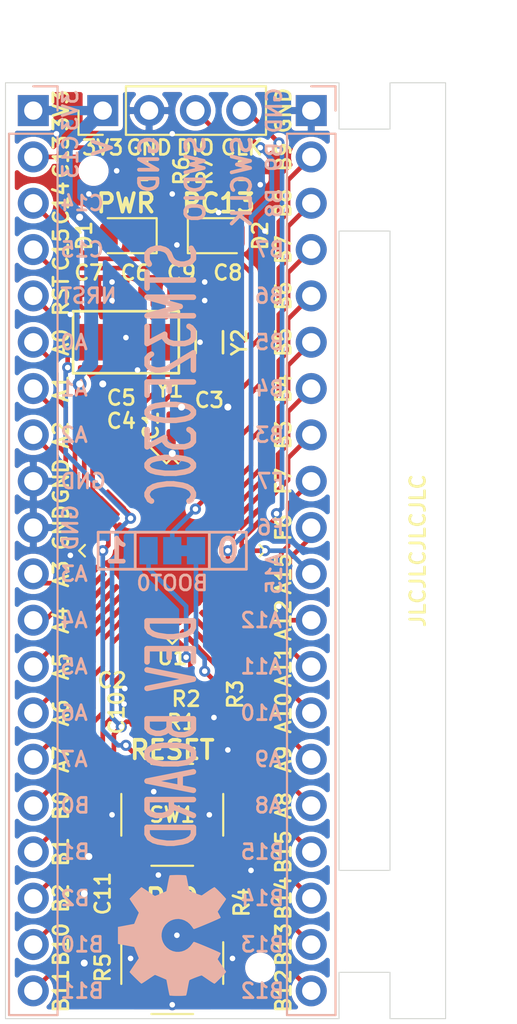
<source format=kicad_pcb>
(kicad_pcb (version 20171130) (host pcbnew "(5.1.6)-1")
  (title_block (title "STM32F030C Development Board") (date 2020-06-29) (rev A) (company "Ruddock House Electrical Engineering") (comment 1 RRWB) (comment 2 "Virtitus mammilas exsugimus") (comment 3 "Ruddock House 2020") (comment 4 "Ray Sun"))
  (layers (0 F.Cu signal) (31 B.Cu signal) (34 B.Paste user hide) (35 F.Paste user hide) (36 B.SilkS user) (37 F.SilkS user) (38 B.Mask user) (39 F.Mask user) (44 Edge.Cuts user))
  (net 0 "")
  (net 1 GND)
  (net 2 VDD)
  (net 3 /HSE_IN)
  (net 4 /HSE_OUT)
  (net 5 /LSE_IN)
  (net 6 /LSE_OUT)
  (net 7 /~RESET)
  (net 8 /PB11)
  (net 9 /PB10)
  (net 10 /PB2)
  (net 11 /PB1)
  (net 12 /PB0)
  (net 13 /PA7)
  (net 14 /PA6)
  (net 15 /PA5)
  (net 16 /PA4)
  (net 17 /PA3)
  (net 18 /PA2)
  (net 19 /PA1)
  (net 20 /PA0)
  (net 21 /PC13)
  (net 22 /PB12)
  (net 23 /PB13)
  (net 24 /PB14)
  (net 25 /PB15)
  (net 26 /PA8)
  (net 27 /PA9)
  (net 28 /PA10)
  (net 29 /PA11)
  (net 30 /PA12)
  (net 31 /PA15)
  (net 32 /PF6)
  (net 33 /PF7)
  (net 34 /PB3)
  (net 35 /PB4)
  (net 36 /PB5)
  (net 37 /PB6)
  (net 38 /PB7)
  (net 39 /PB8)
  (net 40 /PB9)
  (net 41 /SWCLK)
  (net 42 /SWDIO)
  (net 43 /BOOT0)
  (net 44 "Net-(JP1-Pad3)")
  (net 45 "Net-(JP1-Pad1)")
  (net 46 "Net-(D1-Pad1)")
  (net 47 "Net-(D2-Pad1)")
  (net 48 "Net-(R5-Pad2)")
  (module timekey:Mousebite_18mil (layer F.Cu) (at 149.098 125.476)
    (fp_text reference REF** hide)
    (fp_text value Mousebite_18mil hide)
    (pad "" np_thru_hole circle (at 0 0) (size 0.4572 0.4572) (drill 0.4572) (layers *.Cu *.Mask))
  )
  (module timekey:Mousebite_18mil (layer F.Cu) (at 149.098 123.952)
    (fp_text reference REF** hide)
    (fp_text value Mousebite_18mil hide)
    (pad "" np_thru_hole circle (at 0 0) (size 0.4572 0.4572) (drill 0.4572) (layers *.Cu *.Mask))
  )
  (module timekey:Mousebite_18mil (layer F.Cu) (at 149.098 123.19)
    (fp_text reference REF** hide)
    (fp_text value Mousebite_18mil hide)
    (pad "" np_thru_hole circle (at 0 0) (size 0.4572 0.4572) (drill 0.4572) (layers *.Cu *.Mask))
  )
  (module timekey:Mousebite_18mil (layer F.Cu) (at 149.098 122.428)
    (fp_text reference REF** hide)
    (fp_text value Mousebite_18mil hide)
    (pad "" np_thru_hole circle (at 0 0) (size 0.4572 0.4572) (drill 0.4572) (layers *.Cu *.Mask))
  )
  (module timekey:Mousebite_18mil (layer F.Cu) (at 149.098 120.904)
    (fp_text reference REF** hide)
    (fp_text value Mousebite_18mil hide)
    (pad "" np_thru_hole circle (at 0 0) (size 0.4572 0.4572) (drill 0.4572) (layers *.Cu *.Mask))
  )
  (module timekey:Mousebite_18mil (layer F.Cu) (at 149.098 124.714)
    (fp_text reference REF** hide)
    (fp_text value Mousebite_18mil hide)
    (pad "" np_thru_hole circle (at 0 0) (size 0.4572 0.4572) (drill 0.4572) (layers *.Cu *.Mask))
  )
  (module timekey:Mousebite_18mil (layer F.Cu) (at 149.098 121.666)
    (fp_text reference REF** hide)
    (fp_text value Mousebite_18mil hide)
    (pad "" np_thru_hole circle (at 0 0) (size 0.4572 0.4572) (drill 0.4572) (layers *.Cu *.Mask))
  )
  (module timekey:Mousebite_18mil (layer F.Cu) (at 149.098 84.836)
    (fp_text reference REF** hide)
    (fp_text value Mousebite_18mil hide)
    (pad "" np_thru_hole circle (at 0 0) (size 0.4572 0.4572) (drill 0.4572) (layers *.Cu *.Mask))
  )
  (module timekey:Mousebite_18mil (layer F.Cu) (at 149.098 84.074)
    (fp_text reference REF** hide)
    (fp_text value Mousebite_18mil hide)
    (pad "" np_thru_hole circle (at 0 0) (size 0.4572 0.4572) (drill 0.4572) (layers *.Cu *.Mask))
  )
  (module timekey:Mousebite_18mil (layer F.Cu) (at 149.098 83.312)
    (fp_text reference REF** hide)
    (fp_text value Mousebite_18mil hide)
    (pad "" np_thru_hole circle (at 0 0) (size 0.4572 0.4572) (drill 0.4572) (layers *.Cu *.Mask))
  )
  (module timekey:Mousebite_18mil (layer F.Cu) (at 149.098 82.55)
    (fp_text reference REF** hide)
    (fp_text value Mousebite_18mil hide)
    (pad "" np_thru_hole circle (at 0 0) (size 0.4572 0.4572) (drill 0.4572) (layers *.Cu *.Mask))
  )
  (module timekey:Mousebite_18mil (layer F.Cu) (at 149.098 81.788)
    (fp_text reference REF** hide)
    (fp_text value Mousebite_18mil hide)
    (pad "" np_thru_hole circle (at 0 0) (size 0.4572 0.4572) (drill 0.4572) (layers *.Cu *.Mask))
  )
  (module timekey:Mousebite_18mil (layer F.Cu) (at 149.098 81.026)
    (fp_text reference REF** hide)
    (fp_text value Mousebite_18mil hide)
    (pad "" np_thru_hole circle (at 0 0) (size 0.4572 0.4572) (drill 0.4572) (layers *.Cu *.Mask))
  )
  (module timekey:Mousebite_18mil (layer F.Cu) (at 149.098 80.264)
    (fp_text reference REF** hide)
    (fp_text value Mousebite_18mil hide)
    (pad "" np_thru_hole circle (at 0 0) (size 0.4572 0.4572) (drill 0.4572) (layers *.Cu *.Mask))
  )
  (module Connector_PinHeader_2.54mm:PinHeader_1x20_P2.54mm_Vertical (layer B.Cu) (at 147.32 78.74 180)
    (fp_text reference J2 hide)
    (fp_text value PinHeader_0.1_01x20)
    (pad 20 thru_hole oval (at 0 -48.26 180) (size 1.7 1.7) (drill 1) (layers *.Cu *.Mask) (net 22 /PB12))
    (pad 19 thru_hole oval (at 0 -45.72 180) (size 1.7 1.7) (drill 1) (layers *.Cu *.Mask) (net 23 /PB13))
    (pad 18 thru_hole oval (at 0 -43.18 180) (size 1.7 1.7) (drill 1) (layers *.Cu *.Mask) (net 24 /PB14))
    (pad 17 thru_hole oval (at 0 -40.64 180) (size 1.7 1.7) (drill 1) (layers *.Cu *.Mask) (net 25 /PB15))
    (pad 16 thru_hole oval (at 0 -38.1 180) (size 1.7 1.7) (drill 1) (layers *.Cu *.Mask) (net 26 /PA8))
    (pad 15 thru_hole oval (at 0 -35.56 180) (size 1.7 1.7) (drill 1) (layers *.Cu *.Mask) (net 27 /PA9))
    (pad 14 thru_hole oval (at 0 -33.02 180) (size 1.7 1.7) (drill 1) (layers *.Cu *.Mask) (net 28 /PA10))
    (pad 13 thru_hole oval (at 0 -30.48 180) (size 1.7 1.7) (drill 1) (layers *.Cu *.Mask) (net 29 /PA11))
    (pad 12 thru_hole oval (at 0 -27.94 180) (size 1.7 1.7) (drill 1) (layers *.Cu *.Mask) (net 30 /PA12))
    (pad 11 thru_hole oval (at 0 -25.4 180) (size 1.7 1.7) (drill 1) (layers *.Cu *.Mask) (net 31 /PA15))
    (pad 10 thru_hole oval (at 0 -22.86 180) (size 1.7 1.7) (drill 1) (layers *.Cu *.Mask) (net 32 /PF6))
    (pad 9 thru_hole oval (at 0 -20.32 180) (size 1.7 1.7) (drill 1) (layers *.Cu *.Mask) (net 33 /PF7))
    (pad 8 thru_hole oval (at 0 -17.78 180) (size 1.7 1.7) (drill 1) (layers *.Cu *.Mask) (net 34 /PB3))
    (pad 7 thru_hole oval (at 0 -15.24 180) (size 1.7 1.7) (drill 1) (layers *.Cu *.Mask) (net 35 /PB4))
    (pad 6 thru_hole oval (at 0 -12.7 180) (size 1.7 1.7) (drill 1) (layers *.Cu *.Mask) (net 36 /PB5))
    (pad 5 thru_hole oval (at 0 -10.16 180) (size 1.7 1.7) (drill 1) (layers *.Cu *.Mask) (net 37 /PB6))
    (pad 4 thru_hole oval (at 0 -7.62 180) (size 1.7 1.7) (drill 1) (layers *.Cu *.Mask) (net 38 /PB7))
    (pad 3 thru_hole oval (at 0 -5.08 180) (size 1.7 1.7) (drill 1) (layers *.Cu *.Mask) (net 39 /PB8))
    (pad 2 thru_hole oval (at 0 -2.54 180) (size 1.7 1.7) (drill 1) (layers *.Cu *.Mask) (net 40 /PB9))
    (pad 1 thru_hole rect (at 0 0 180) (size 1.7 1.7) (drill 1) (layers *.Cu *.Mask) (net 1 GND))
  )
  (module timekey:Fiducial_JLCPCB_1.152mm (layer F.Cu) (at 153.162 78.74)
    (fp_text reference REF** hide)
    (fp_text value Fiducial_JLCPCB_1.152mm hide)
    (pad "" np_thru_hole circle (at 0 0) (size 1.152 1.152) (drill 1.152) (layers *.Cu *.Mask))
  )
  (module timekey:Fiducial_JLCPCB_1.152mm (layer F.Cu) (at 153.162 127)
    (fp_text reference REF** hide)
    (fp_text value Fiducial_JLCPCB_1.152mm hide)
    (pad "" np_thru_hole circle (at 0 0) (size 1.152 1.152) (drill 1.152) (layers *.Cu *.Mask))
  )
  (module timekey:SW_Push_PTS526 (layer F.Cu) (at 139.7 125.476)
    (fp_text reference SW2 (at 0 0) (layer F.SilkS) (effects (font (size 0.8128 0.8128) (thickness 0.1524))))
    (fp_text value TS-1187A-C-C-B)
    (pad 2 smd rect (at 3.2 1.85) (size 1.5 0.85) (layers F.Cu F.Paste F.Mask) (net 48 "Net-(R5-Pad2)"))
    (pad 1 smd rect (at 3.2 -1.85) (size 1.5 0.85) (layers F.Cu F.Paste F.Mask) (net 20 /PA0))
    (pad 1 smd rect (at -3.2 -1.85) (size 1.5 0.85) (layers F.Cu F.Paste F.Mask) (net 20 /PA0))
    (pad 2 smd rect (at -3.2 1.85) (size 1.5 0.85) (layers F.Cu F.Paste F.Mask) (net 48 "Net-(R5-Pad2)"))
  )
  (module timekey:Crystal_Q13FC1350000400 (layer F.Cu) (at 141.732 91.44 90)
    (fp_text reference Y2 (at 0 1.651 90) (layer F.SilkS) (effects (font (size 0.8128 0.8128) (thickness 0.1524))))
    (fp_text value 32.768kHz)
    (pad 2 smd rect (at 1.25 0 90) (size 1 1.8) (layers F.Cu F.Paste F.Mask) (net 6 /LSE_OUT))
    (pad 1 smd rect (at -1.25 0 90) (size 1 1.8) (layers F.Cu F.Paste F.Mask) (net 5 /LSE_IN))
  )
  (module timekey:Crystal_X50328MSB2GI (layer F.Cu) (at 137.16 91.44 180)
    (fp_text reference Y1 (at -2.413 -2.6) (layer F.SilkS) (effects (font (size 0.8128 0.8128) (thickness 0.1524))))
    (fp_text value 8MHz)
    (pad 2 smd rect (at 1.85 0 180) (size 1.7 2) (layers F.Cu F.Paste F.Mask) (net 4 /HSE_OUT))
    (pad 1 smd rect (at -1.85 0 180) (size 1.7 2) (layers F.Cu F.Paste F.Mask) (net 3 /HSE_IN))
  )
  (module Symbol:OSHW-Symbol_6.7x6mm_SilkScreen (layer B.Cu) (at 139.7 123.952 270)
    (fp_text reference REF** hide)
    (fp_text value OSHW-Symbol_6.7x6mm_SilkScreen hide)
  )
  (module LED_SMD:LED_0805_2012Metric (layer F.Cu) (at 142.24 85.598)
    (fp_text reference D2 (at 2.286 0 90) (layer F.SilkS) (effects (font (size 0.8128 0.8128) (thickness 0.1524))))
    (fp_text value BLUE)
    (pad 2 smd roundrect (at 0.9375 0) (size 0.975 1.4) (layers F.Cu F.Paste F.Mask) (net 21 /PC13))
    (pad 1 smd roundrect (at -0.9375 0) (size 0.975 1.4) (layers F.Cu F.Paste F.Mask) (net 47 "Net-(D2-Pad1)"))
  )
  (module LED_SMD:LED_0805_2012Metric (layer F.Cu) (at 137.16 85.598 180)
    (fp_text reference D1 (at 2.286 0 90) (layer F.SilkS) (effects (font (size 0.8128 0.8128) (thickness 0.1524))))
    (fp_text value RED)
    (pad 2 smd roundrect (at 0.9375 0 180) (size 0.975 1.4) (layers F.Cu F.Paste F.Mask) (net 2 VDD))
    (pad 1 smd roundrect (at -0.9375 0 180) (size 0.975 1.4) (layers F.Cu F.Paste F.Mask) (net 46 "Net-(D1-Pad1)"))
  )
  (module Connector_PinHeader_2.54mm:PinHeader_1x20_P2.54mm_Vertical (layer B.Cu) (at 132.08 78.74 180)
    (fp_text reference J1 hide)
    (fp_text value PinHeader_0.1_01x20)
    (pad 20 thru_hole oval (at 0 -48.26 180) (size 1.7 1.7) (drill 1) (layers *.Cu *.Mask) (net 8 /PB11))
    (pad 19 thru_hole oval (at 0 -45.72 180) (size 1.7 1.7) (drill 1) (layers *.Cu *.Mask) (net 9 /PB10))
    (pad 18 thru_hole oval (at 0 -43.18 180) (size 1.7 1.7) (drill 1) (layers *.Cu *.Mask) (net 10 /PB2))
    (pad 17 thru_hole oval (at 0 -40.64 180) (size 1.7 1.7) (drill 1) (layers *.Cu *.Mask) (net 11 /PB1))
    (pad 16 thru_hole oval (at 0 -38.1 180) (size 1.7 1.7) (drill 1) (layers *.Cu *.Mask) (net 12 /PB0))
    (pad 15 thru_hole oval (at 0 -35.56 180) (size 1.7 1.7) (drill 1) (layers *.Cu *.Mask) (net 13 /PA7))
    (pad 14 thru_hole oval (at 0 -33.02 180) (size 1.7 1.7) (drill 1) (layers *.Cu *.Mask) (net 14 /PA6))
    (pad 13 thru_hole oval (at 0 -30.48 180) (size 1.7 1.7) (drill 1) (layers *.Cu *.Mask) (net 15 /PA5))
    (pad 12 thru_hole oval (at 0 -27.94 180) (size 1.7 1.7) (drill 1) (layers *.Cu *.Mask) (net 16 /PA4))
    (pad 11 thru_hole oval (at 0 -25.4 180) (size 1.7 1.7) (drill 1) (layers *.Cu *.Mask) (net 17 /PA3))
    (pad 10 thru_hole oval (at 0 -22.86 180) (size 1.7 1.7) (drill 1) (layers *.Cu *.Mask) (net 1 GND))
    (pad 9 thru_hole oval (at 0 -20.32 180) (size 1.7 1.7) (drill 1) (layers *.Cu *.Mask) (net 1 GND))
    (pad 8 thru_hole oval (at 0 -17.78 180) (size 1.7 1.7) (drill 1) (layers *.Cu *.Mask) (net 18 /PA2))
    (pad 7 thru_hole oval (at 0 -15.24 180) (size 1.7 1.7) (drill 1) (layers *.Cu *.Mask) (net 19 /PA1))
    (pad 6 thru_hole oval (at 0 -12.7 180) (size 1.7 1.7) (drill 1) (layers *.Cu *.Mask) (net 20 /PA0))
    (pad 5 thru_hole oval (at 0 -10.16 180) (size 1.7 1.7) (drill 1) (layers *.Cu *.Mask) (net 7 /~RESET))
    (pad 4 thru_hole oval (at 0 -7.62 180) (size 1.7 1.7) (drill 1) (layers *.Cu *.Mask) (net 6 /LSE_OUT))
    (pad 3 thru_hole oval (at 0 -5.08 180) (size 1.7 1.7) (drill 1) (layers *.Cu *.Mask) (net 5 /LSE_IN))
    (pad 2 thru_hole oval (at 0 -2.54 180) (size 1.7 1.7) (drill 1) (layers *.Cu *.Mask) (net 21 /PC13))
    (pad 1 thru_hole rect (at 0 0 180) (size 1.7 1.7) (drill 1) (layers *.Cu *.Mask) (net 2 VDD))
  )
  (module timekey:SolderJumper-3_P1.3mm_Bridged12_Pad1.0x1.5mm_NoMark (layer B.Cu) (at 139.7 102.87 180)
    (fp_text reference JP1 hide)
    (fp_text value SJ3)
    (fp_poly (pts (xy -0.9 0.3) (xy -0.4 0.3) (xy -0.4 -0.3) (xy -0.9 -0.3)) (layer B.Cu) (width 0))
    (pad 2 smd rect (at 0 0 180) (size 1 1.5) (layers B.Cu B.Mask) (net 43 /BOOT0))
    (pad 3 smd rect (at 1.3 0 180) (size 1 1.5) (layers B.Cu B.Mask) (net 44 "Net-(JP1-Pad3)"))
    (pad 1 smd rect (at -1.3 0 180) (size 1 1.5) (layers B.Cu B.Mask) (net 45 "Net-(JP1-Pad1)"))
  )
  (module Package_QFP:LQFP-48_7x7mm_P0.5mm (layer F.Cu) (at 139.7 102.87 315)
    (fp_text reference U1 (at 4.130918 4.130918 180) (layer F.SilkS) (effects (font (size 0.8128 0.8128) (thickness 0.1524))))
    (fp_text value STM32F030C8T6)
    (pad 1 smd roundrect (at -4.1625 -2.75 315) (size 1.475 0.3) (layers F.Cu F.Paste F.Mask) (net 2 VDD))
    (pad 2 smd roundrect (at -4.1625 -2.25 315) (size 1.475 0.3) (layers F.Cu F.Paste F.Mask) (net 21 /PC13))
    (pad 3 smd roundrect (at -4.1625 -1.75 315) (size 1.475 0.3) (layers F.Cu F.Paste F.Mask) (net 5 /LSE_IN))
    (pad 4 smd roundrect (at -4.1625 -1.25 315) (size 1.475 0.3) (layers F.Cu F.Paste F.Mask) (net 6 /LSE_OUT))
    (pad 5 smd roundrect (at -4.1625 -0.75 315) (size 1.475 0.3) (layers F.Cu F.Paste F.Mask) (net 3 /HSE_IN))
    (pad 6 smd roundrect (at -4.1625 -0.25 315) (size 1.475 0.3) (layers F.Cu F.Paste F.Mask) (net 4 /HSE_OUT))
    (pad 7 smd roundrect (at -4.1625 0.25 315) (size 1.475 0.3) (layers F.Cu F.Paste F.Mask) (net 7 /~RESET))
    (pad 8 smd roundrect (at -4.1625 0.75 315) (size 1.475 0.3) (layers F.Cu F.Paste F.Mask) (net 1 GND))
    (pad 9 smd roundrect (at -4.1625 1.25 315) (size 1.475 0.3) (layers F.Cu F.Paste F.Mask) (net 2 VDD))
    (pad 10 smd roundrect (at -4.1625 1.75 315) (size 1.475 0.3) (layers F.Cu F.Paste F.Mask) (net 20 /PA0))
    (pad 11 smd roundrect (at -4.1625 2.25 315) (size 1.475 0.3) (layers F.Cu F.Paste F.Mask) (net 19 /PA1))
    (pad 12 smd roundrect (at -4.1625 2.75 315) (size 1.475 0.3) (layers F.Cu F.Paste F.Mask) (net 18 /PA2))
    (pad 13 smd roundrect (at -2.75 4.1625 315) (size 0.3 1.475) (layers F.Cu F.Paste F.Mask) (net 17 /PA3))
    (pad 14 smd roundrect (at -2.25 4.1625 315) (size 0.3 1.475) (layers F.Cu F.Paste F.Mask) (net 16 /PA4))
    (pad 15 smd roundrect (at -1.75 4.1625 315) (size 0.3 1.475) (layers F.Cu F.Paste F.Mask) (net 15 /PA5))
    (pad 16 smd roundrect (at -1.25 4.1625 315) (size 0.3 1.475) (layers F.Cu F.Paste F.Mask) (net 14 /PA6))
    (pad 17 smd roundrect (at -0.75 4.1625 315) (size 0.3 1.475) (layers F.Cu F.Paste F.Mask) (net 13 /PA7))
    (pad 18 smd roundrect (at -0.25 4.1625 315) (size 0.3 1.475) (layers F.Cu F.Paste F.Mask) (net 12 /PB0))
    (pad 19 smd roundrect (at 0.25 4.1625 315) (size 0.3 1.475) (layers F.Cu F.Paste F.Mask) (net 11 /PB1))
    (pad 20 smd roundrect (at 0.75 4.1625 315) (size 0.3 1.475) (layers F.Cu F.Paste F.Mask) (net 10 /PB2))
    (pad 21 smd roundrect (at 1.25 4.1625 315) (size 0.3 1.475) (layers F.Cu F.Paste F.Mask) (net 9 /PB10))
    (pad 22 smd roundrect (at 1.75 4.1625 315) (size 0.3 1.475) (layers F.Cu F.Paste F.Mask) (net 8 /PB11))
    (pad 23 smd roundrect (at 2.25 4.1625 315) (size 0.3 1.475) (layers F.Cu F.Paste F.Mask) (net 1 GND))
    (pad 24 smd roundrect (at 2.75 4.1625 315) (size 0.3 1.475) (layers F.Cu F.Paste F.Mask) (net 2 VDD))
    (pad 25 smd roundrect (at 4.1625 2.75 315) (size 1.475 0.3) (layers F.Cu F.Paste F.Mask) (net 22 /PB12))
    (pad 26 smd roundrect (at 4.1625 2.25 315) (size 1.475 0.3) (layers F.Cu F.Paste F.Mask) (net 23 /PB13))
    (pad 27 smd roundrect (at 4.1625 1.75 315) (size 1.475 0.3) (layers F.Cu F.Paste F.Mask) (net 24 /PB14))
    (pad 28 smd roundrect (at 4.1625 1.25 315) (size 1.475 0.3) (layers F.Cu F.Paste F.Mask) (net 25 /PB15))
    (pad 29 smd roundrect (at 4.1625 0.75 315) (size 1.475 0.3) (layers F.Cu F.Paste F.Mask) (net 26 /PA8))
    (pad 30 smd roundrect (at 4.1625 0.25 315) (size 1.475 0.3) (layers F.Cu F.Paste F.Mask) (net 27 /PA9))
    (pad 31 smd roundrect (at 4.1625 -0.25 315) (size 1.475 0.3) (layers F.Cu F.Paste F.Mask) (net 28 /PA10))
    (pad 32 smd roundrect (at 4.1625 -0.75 315) (size 1.475 0.3) (layers F.Cu F.Paste F.Mask) (net 29 /PA11))
    (pad 33 smd roundrect (at 4.1625 -1.25 315) (size 1.475 0.3) (layers F.Cu F.Paste F.Mask) (net 30 /PA12))
    (pad 34 smd roundrect (at 4.1625 -1.75 315) (size 1.475 0.3) (layers F.Cu F.Paste F.Mask) (net 42 /SWDIO))
    (pad 35 smd roundrect (at 4.1625 -2.25 315) (size 1.475 0.3) (layers F.Cu F.Paste F.Mask) (net 32 /PF6))
    (pad 36 smd roundrect (at 4.1625 -2.75 315) (size 1.475 0.3) (layers F.Cu F.Paste F.Mask) (net 33 /PF7))
    (pad 37 smd roundrect (at 2.75 -4.1625 315) (size 0.3 1.475) (layers F.Cu F.Paste F.Mask) (net 41 /SWCLK))
    (pad 38 smd roundrect (at 2.25 -4.1625 315) (size 0.3 1.475) (layers F.Cu F.Paste F.Mask) (net 31 /PA15))
    (pad 39 smd roundrect (at 1.75 -4.1625 315) (size 0.3 1.475) (layers F.Cu F.Paste F.Mask) (net 34 /PB3))
    (pad 40 smd roundrect (at 1.25 -4.1625 315) (size 0.3 1.475) (layers F.Cu F.Paste F.Mask) (net 35 /PB4))
    (pad 41 smd roundrect (at 0.75 -4.1625 315) (size 0.3 1.475) (layers F.Cu F.Paste F.Mask) (net 36 /PB5))
    (pad 42 smd roundrect (at 0.25 -4.1625 315) (size 0.3 1.475) (layers F.Cu F.Paste F.Mask) (net 37 /PB6))
    (pad 43 smd roundrect (at -0.25 -4.1625 315) (size 0.3 1.475) (layers F.Cu F.Paste F.Mask) (net 38 /PB7))
    (pad 44 smd roundrect (at -0.75 -4.1625 315) (size 0.3 1.475) (layers F.Cu F.Paste F.Mask) (net 43 /BOOT0))
    (pad 45 smd roundrect (at -1.25 -4.1625 315) (size 0.3 1.475) (layers F.Cu F.Paste F.Mask) (net 39 /PB8))
    (pad 46 smd roundrect (at -1.75 -4.1625 315) (size 0.3 1.475) (layers F.Cu F.Paste F.Mask) (net 40 /PB9))
    (pad 47 smd roundrect (at -2.25 -4.1625 315) (size 0.3 1.475) (layers F.Cu F.Paste F.Mask) (net 1 GND))
    (pad 48 smd roundrect (at -2.75 -4.1625 315) (size 0.3 1.475) (layers F.Cu F.Paste F.Mask) (net 2 VDD))
  )
  (module timekey:Fiducial_JLCPCB_1.152mm (layer F.Cu) (at 135.382 82.042)
    (fp_text reference REF** hide)
    (fp_text value Fiducial_JLCPCB_1.152mm hide)
    (pad "" np_thru_hole circle (at 0 0) (size 1.152 1.152) (drill 1.152) (layers *.Cu *.Mask))
  )
  (module timekey:Fiducial_JLCPCB_1.152mm (layer F.Cu) (at 144.526 125.73)
    (fp_text reference REF** hide)
    (fp_text value Fiducial_JLCPCB_1.152mm hide)
    (pad "" np_thru_hole circle (at 0 0) (size 1.152 1.152) (drill 1.152) (layers *.Cu *.Mask))
  )
  (module Resistor_SMD:R_0402_1005Metric (layer F.Cu) (at 134.874 126.746 270)
    (fp_text reference R5 (at -1.016 -1.016 90) (layer F.SilkS) (effects (font (size 0.8128 0.8128) (thickness 0.1524))))
    (fp_text value 100)
    (pad 2 smd roundrect (at 0.485 0 270) (size 0.59 0.64) (layers F.Cu F.Paste F.Mask) (net 48 "Net-(R5-Pad2)"))
    (pad 1 smd roundrect (at -0.485 0 270) (size 0.59 0.64) (layers F.Cu F.Paste F.Mask) (net 1 GND))
  )
  (module Resistor_SMD:R_0402_1005Metric (layer F.Cu) (at 144.526 122.936 90)
    (fp_text reference R4 (at 0.785 -1.016 90) (layer F.SilkS) (effects (font (size 0.8128 0.8128) (thickness 0.1524))))
    (fp_text value 10K)
    (pad 2 smd roundrect (at 0.485 0 90) (size 0.59 0.64) (layers F.Cu F.Paste F.Mask) (net 2 VDD))
    (pad 1 smd roundrect (at -0.485 0 90) (size 0.59 0.64) (layers F.Cu F.Paste F.Mask) (net 20 /PA0))
  )
  (module Capacitor_SMD:C_0402_1005Metric (layer F.Cu) (at 134.874 122.959 270)
    (fp_text reference C11 (at -1.293 -1.016 270) (layer F.SilkS) (effects (font (size 0.8128 0.8128) (thickness 0.1524))))
    (fp_text value 0.1uF)
    (pad 2 smd roundrect (at 0.485 0 270) (size 0.59 0.64) (layers F.Cu F.Paste F.Mask) (net 20 /PA0))
    (pad 1 smd roundrect (at -0.485 0 270) (size 0.59 0.64) (layers F.Cu F.Paste F.Mask) (net 1 GND))
  )
  (module timekey:SW_Push_PTS526 (layer F.Cu) (at 139.7 117.348)
    (fp_text reference SW1 (at 0 0 180) (layer F.SilkS) (effects (font (size 0.8128 0.8128) (thickness 0.1524))))
    (fp_text value TS-1187A-C-C-B)
    (pad 2 smd rect (at 3.2 1.85) (size 1.5 0.85) (layers F.Cu F.Paste F.Mask) (net 1 GND))
    (pad 1 smd rect (at 3.2 -1.85) (size 1.5 0.85) (layers F.Cu F.Paste F.Mask) (net 7 /~RESET))
    (pad 1 smd rect (at -3.2 -1.85) (size 1.5 0.85) (layers F.Cu F.Paste F.Mask) (net 7 /~RESET))
    (pad 2 smd rect (at -3.2 1.85) (size 1.5 0.85) (layers F.Cu F.Paste F.Mask) (net 1 GND))
  )
  (module Resistor_SMD:R_0603_1608Metric (layer F.Cu) (at 143.51 82.042 180)
    (fp_text reference R7 (at 2.032 0 90) (layer F.SilkS) (effects (font (size 0.8128 0.8128) (thickness 0.1524))))
    (fp_text value 330)
    (pad 2 smd roundrect (at 0.7875 0 180) (size 0.875 0.95) (layers F.Cu F.Paste F.Mask) (net 47 "Net-(D2-Pad1)"))
    (pad 1 smd roundrect (at -0.7875 0 180) (size 0.875 0.95) (layers F.Cu F.Paste F.Mask) (net 1 GND))
  )
  (module Resistor_SMD:R_0603_1608Metric (layer F.Cu) (at 138.176 82.042)
    (fp_text reference R6 (at 2.032 0 270) (layer F.SilkS) (effects (font (size 0.8128 0.8128) (thickness 0.1524))))
    (fp_text value 510)
    (pad 2 smd roundrect (at 0.7875 0) (size 0.875 0.95) (layers F.Cu F.Paste F.Mask) (net 46 "Net-(D1-Pad1)"))
    (pad 1 smd roundrect (at -0.7875 0) (size 0.875 0.95) (layers F.Cu F.Paste F.Mask) (net 1 GND))
  )
  (module Resistor_SMD:R_0402_1005Metric (layer F.Cu) (at 141.986 110.744 270)
    (fp_text reference R3 (at 0 -1.17 90) (layer F.SilkS) (effects (font (size 0.8128 0.8128) (thickness 0.1524))))
    (fp_text value 10K)
    (pad 2 smd roundrect (at 0.485 0 270) (size 0.59 0.64) (layers F.Cu F.Paste F.Mask) (net 1 GND))
    (pad 1 smd roundrect (at -0.485 0 270) (size 0.59 0.64) (layers F.Cu F.Paste F.Mask) (net 45 "Net-(JP1-Pad1)"))
  )
  (module Resistor_SMD:R_0402_1005Metric (layer F.Cu) (at 140.208 109.982 180)
    (fp_text reference R2 (at -0.254 -1.016) (layer F.SilkS) (effects (font (size 0.8128 0.8128) (thickness 0.1524))))
    (fp_text value 10K)
    (pad 2 smd roundrect (at 0.485 0 180) (size 0.59 0.64) (layers F.Cu F.Paste F.Mask) (net 2 VDD))
    (pad 1 smd roundrect (at -0.485 0 180) (size 0.59 0.64) (layers F.Cu F.Paste F.Mask) (net 44 "Net-(JP1-Pad3)"))
  )
  (module Resistor_SMD:R_0402_1005Metric (layer F.Cu) (at 138.938 111.76 90)
    (fp_text reference R1 (at -0.508 1.27 180) (layer F.SilkS) (effects (font (size 0.8128 0.8128) (thickness 0.1524))))
    (fp_text value 10K)
    (pad 2 smd roundrect (at 0.485 0 90) (size 0.59 0.64) (layers F.Cu F.Paste F.Mask) (net 2 VDD))
    (pad 1 smd roundrect (at -0.485 0 90) (size 0.59 0.64) (layers F.Cu F.Paste F.Mask) (net 7 /~RESET))
  )
  (module Connector_PinHeader_2.54mm:PinHeader_1x04_P2.54mm_Vertical (layer F.Cu) (at 135.89 78.74 90)
    (fp_text reference J3 hide)
    (fp_text value PinHeader_0.1_01x04)
    (pad 4 thru_hole oval (at 0 7.62 90) (size 1.7 1.7) (drill 1) (layers *.Cu *.Mask) (net 41 /SWCLK))
    (pad 3 thru_hole oval (at 0 5.08 90) (size 1.7 1.7) (drill 1) (layers *.Cu *.Mask) (net 42 /SWDIO))
    (pad 2 thru_hole oval (at 0 2.54 90) (size 1.7 1.7) (drill 1) (layers *.Cu *.Mask) (net 1 GND))
    (pad 1 thru_hole rect (at 0 0 90) (size 1.7 1.7) (drill 1) (layers *.Cu *.Mask) (net 2 VDD))
  )
  (module Capacitor_SMD:C_0402_1005Metric (layer F.Cu) (at 137.668 111.76 270)
    (fp_text reference C10 (at 0 1.016 270) (layer F.SilkS) (effects (font (size 0.8128 0.8128) (thickness 0.1524))))
    (fp_text value 0.1uF)
    (pad 2 smd roundrect (at 0.485 0 270) (size 0.59 0.64) (layers F.Cu F.Paste F.Mask) (net 7 /~RESET))
    (pad 1 smd roundrect (at -0.485 0 270) (size 0.59 0.64) (layers F.Cu F.Paste F.Mask) (net 1 GND))
  )
  (module Capacitor_SMD:C_0402_1005Metric (layer F.Cu) (at 140.208 88.646)
    (fp_text reference C9 (at 0 -1.016) (layer F.SilkS) (effects (font (size 0.8128 0.8128) (thickness 0.1524))))
    (fp_text value 18pF)
    (pad 2 smd roundrect (at 0.485 0) (size 0.59 0.64) (layers F.Cu F.Paste F.Mask) (net 1 GND))
    (pad 1 smd roundrect (at -0.485 0) (size 0.59 0.64) (layers F.Cu F.Paste F.Mask) (net 6 /LSE_OUT))
  )
  (module Capacitor_SMD:C_0402_1005Metric (layer F.Cu) (at 142.748 88.646 180)
    (fp_text reference C8 (at 0 1.016) (layer F.SilkS) (effects (font (size 0.8128 0.8128) (thickness 0.1524))))
    (fp_text value 18pF)
    (pad 2 smd roundrect (at 0.485 0 180) (size 0.59 0.64) (layers F.Cu F.Paste F.Mask) (net 1 GND))
    (pad 1 smd roundrect (at -0.485 0 180) (size 0.59 0.64) (layers F.Cu F.Paste F.Mask) (net 5 /LSE_IN))
  )
  (module Capacitor_SMD:C_0402_1005Metric (layer F.Cu) (at 135.128 88.646)
    (fp_text reference C7 (at 0 -1.016) (layer F.SilkS) (effects (font (size 0.8128 0.8128) (thickness 0.1524))))
    (fp_text value 33pF)
    (pad 2 smd roundrect (at 0.485 0) (size 0.59 0.64) (layers F.Cu F.Paste F.Mask) (net 1 GND))
    (pad 1 smd roundrect (at -0.485 0) (size 0.59 0.64) (layers F.Cu F.Paste F.Mask) (net 4 /HSE_OUT))
  )
  (module Capacitor_SMD:C_0402_1005Metric (layer F.Cu) (at 137.645 88.646 180)
    (fp_text reference C6 (at -0.023 1.016) (layer F.SilkS) (effects (font (size 0.8128 0.8128) (thickness 0.1524))))
    (fp_text value 33pF)
    (pad 2 smd roundrect (at 0.485 0 180) (size 0.59 0.64) (layers F.Cu F.Paste F.Mask) (net 1 GND))
    (pad 1 smd roundrect (at -0.485 0 180) (size 0.59 0.64) (layers F.Cu F.Paste F.Mask) (net 3 /HSE_IN))
  )
  (module Capacitor_SMD:C_0402_1005Metric (layer F.Cu) (at 135.128 94.488)
    (fp_text reference C5 (at 1.778 0) (layer F.SilkS) (effects (font (size 0.8128 0.8128) (thickness 0.1524))))
    (fp_text value 1uF)
    (pad 2 smd roundrect (at 0.485 0) (size 0.59 0.64) (layers F.Cu F.Paste F.Mask) (net 1 GND))
    (pad 1 smd roundrect (at -0.485 0) (size 0.59 0.64) (layers F.Cu F.Paste F.Mask) (net 2 VDD))
  )
  (module Capacitor_SMD:C_0402_1005Metric (layer F.Cu) (at 135.128 95.758)
    (fp_text reference C4 (at 1.778 0) (layer F.SilkS) (effects (font (size 0.8128 0.8128) (thickness 0.1524))))
    (fp_text value 10nF)
    (pad 2 smd roundrect (at 0.485 0) (size 0.59 0.64) (layers F.Cu F.Paste F.Mask) (net 1 GND))
    (pad 1 smd roundrect (at -0.485 0) (size 0.59 0.64) (layers F.Cu F.Paste F.Mask) (net 2 VDD))
  )
  (module Capacitor_SMD:C_0402_1005Metric (layer F.Cu) (at 141.732 95.758)
    (fp_text reference C3 (at 0 -1.143 180) (layer F.SilkS) (effects (font (size 0.8128 0.8128) (thickness 0.1524))))
    (fp_text value 0.1uF)
    (pad 2 smd roundrect (at 0.485 0) (size 0.59 0.64) (layers F.Cu F.Paste F.Mask) (net 1 GND))
    (pad 1 smd roundrect (at -0.485 0) (size 0.59 0.64) (layers F.Cu F.Paste F.Mask) (net 2 VDD))
  )
  (module Capacitor_SMD:C_0402_1005Metric (layer F.Cu) (at 138.176 109.982 180)
    (fp_text reference C2 (at 1.778 0) (layer F.SilkS) (effects (font (size 0.8128 0.8128) (thickness 0.1524))))
    (fp_text value 0.1uF)
    (pad 2 smd roundrect (at 0.485 0 180) (size 0.59 0.64) (layers F.Cu F.Paste F.Mask) (net 1 GND))
    (pad 1 smd roundrect (at -0.485 0 180) (size 0.59 0.64) (layers F.Cu F.Paste F.Mask) (net 2 VDD))
  )
  (module Capacitor_SMD:C_0402_1005Metric (layer F.Cu) (at 139.7 96.012 90)
    (fp_text reference C1 (at 0 -1.17 90) (layer F.SilkS) (effects (font (size 0.8128 0.8128) (thickness 0.1524))))
    (fp_text value 4.7uF)
    (pad 2 smd roundrect (at 0.485 0 90) (size 0.59 0.64) (layers F.Cu F.Paste F.Mask) (net 1 GND))
    (pad 1 smd roundrect (at -0.485 0 90) (size 0.59 0.64) (layers F.Cu F.Paste F.Mask) (net 2 VDD))
  )
  (gr_line (start 151.638 85.344) (end 151.638 120.396) (layer Edge.Cuts) (width 0.0508))
  (gr_line (start 151.638 79.756) (end 151.638 77.216) (layer Edge.Cuts) (width 0.0508))
  (gr_line (start 148.844 79.756) (end 148.844 77.216) (layer Edge.Cuts) (width 0.0508))
  (gr_line (start 148.844 120.396) (end 148.844 85.344) (layer Edge.Cuts) (width 0.0508))
  (gr_line (start 148.844 79.756) (end 151.638 79.756) (layer Edge.Cuts) (width 0.0508))
  (gr_line (start 148.844 85.344) (end 151.638 85.344) (layer Edge.Cuts) (width 0.0508))
  (gr_line (start 148.844 120.396) (end 151.638 120.396) (layer Edge.Cuts) (width 0.0508))
  (gr_line (start 148.844 128.524) (end 148.844 125.984) (layer Edge.Cuts) (width 0.0508))
  (gr_line (start 151.638 125.984) (end 151.638 128.524) (layer Edge.Cuts) (width 0.0508))
  (gr_line (start 148.844 125.984) (end 151.638 125.984) (layer Edge.Cuts) (width 0.0508))
  (gr_line (start 154.686 128.524) (end 151.638 128.524) (layer Edge.Cuts) (width 0.0508))
  (gr_line (start 154.686 77.216) (end 154.686 128.524) (layer Edge.Cuts) (width 0.0508))
  (gr_line (start 151.638 77.216) (end 154.686 77.216) (layer Edge.Cuts) (width 0.0508))
  (gr_text STM32F030C (at 139.7 93.218 90) (layer B.SilkS) (effects (font (size 2.54 1.524) (thickness 0.3048)) (justify mirror)))
  (gr_text PA0 (at 139.7 121.92) (layer F.SilkS) (effects (font (size 1.016 1.016) (thickness 0.2032))))
  (gr_text RESET (at 139.7 113.792) (layer F.SilkS) (effects (font (size 1.016 1.016) (thickness 0.2032))))
  (gr_text "DEV BOARD" (at 139.7 112.776 90) (layer B.SilkS) (effects (font (size 2.54 1.524) (thickness 0.3048)) (justify mirror)))
  (gr_text B12 (at 145.923 127) (layer B.SilkS) (effects (font (size 0.8128 0.8128) (thickness 0.1524)) (justify left mirror)))
  (gr_text B13 (at 145.923 124.46) (layer B.SilkS) (effects (font (size 0.8128 0.8128) (thickness 0.1524)) (justify left mirror)))
  (gr_text B14 (at 145.923 121.92) (layer B.SilkS) (effects (font (size 0.8128 0.8128) (thickness 0.1524)) (justify left mirror)))
  (gr_text B15 (at 145.923 119.38) (layer B.SilkS) (effects (font (size 0.8128 0.8128) (thickness 0.1524)) (justify left mirror)))
  (gr_text A8 (at 145.796 116.84) (layer B.SilkS) (effects (font (size 0.8128 0.8128) (thickness 0.1524)) (justify left mirror)))
  (gr_text A9 (at 145.796 114.3) (layer B.SilkS) (effects (font (size 0.8128 0.8128) (thickness 0.1524)) (justify left mirror)))
  (gr_text A10 (at 145.796 111.76) (layer B.SilkS) (effects (font (size 0.8128 0.8128) (thickness 0.1524)) (justify left mirror)))
  (gr_text A11 (at 145.796 109.22) (layer B.SilkS) (effects (font (size 0.8128 0.8128) (thickness 0.1524)) (justify left mirror)))
  (gr_text A12 (at 145.796 106.68) (layer B.SilkS) (effects (font (size 0.8128 0.8128) (thickness 0.1524)) (justify left mirror)))
  (gr_text A15 (at 145.288 104.14 90) (layer B.SilkS) (effects (font (size 0.8128 0.8128) (thickness 0.1524)) (justify mirror)))
  (gr_text F6 (at 145.923 101.6) (layer B.SilkS) (effects (font (size 0.8128 0.8128) (thickness 0.1524)) (justify left mirror)))
  (gr_text F7 (at 145.923 99.06) (layer B.SilkS) (effects (font (size 0.8128 0.8128) (thickness 0.1524)) (justify left mirror)))
  (gr_text B3 (at 145.923 96.52) (layer B.SilkS) (effects (font (size 0.8128 0.8128) (thickness 0.1524)) (justify left mirror)))
  (gr_text B4 (at 145.923 93.98) (layer B.SilkS) (effects (font (size 0.8128 0.8128) (thickness 0.1524)) (justify left mirror)))
  (gr_text B5 (at 145.923 91.44) (layer B.SilkS) (effects (font (size 0.8128 0.8128) (thickness 0.1524)) (justify left mirror)))
  (gr_text B6 (at 145.923 88.9) (layer B.SilkS) (effects (font (size 0.8128 0.8128) (thickness 0.1524)) (justify left mirror)))
  (gr_text B7 (at 145.923 86.36) (layer B.SilkS) (effects (font (size 0.8128 0.8128) (thickness 0.1524)) (justify left mirror)))
  (gr_text B8 (at 145.288 83.82 90) (layer B.SilkS) (effects (font (size 0.8128 0.8128) (thickness 0.1524)) (justify mirror)))
  (gr_text B9 (at 145.288 81.28 90) (layer B.SilkS) (effects (font (size 0.8128 0.8128) (thickness 0.1524)) (justify mirror)))
  (gr_text GND (at 145.288 78.74 90) (layer B.SilkS) (effects (font (size 0.8128 0.8128) (thickness 0.1524)) (justify mirror)))
  (gr_text B11 (at 133.477 127) (layer B.SilkS) (effects (font (size 0.8128 0.8128) (thickness 0.1524)) (justify right mirror)))
  (gr_text B10 (at 133.477 124.46) (layer B.SilkS) (effects (font (size 0.8128 0.8128) (thickness 0.1524)) (justify right mirror)))
  (gr_text B2 (at 133.477 121.92) (layer B.SilkS) (effects (font (size 0.8128 0.8128) (thickness 0.1524)) (justify right mirror)))
  (gr_text B1 (at 133.477 119.38) (layer B.SilkS) (effects (font (size 0.8128 0.8128) (thickness 0.1524)) (justify right mirror)))
  (gr_text B0 (at 133.477 116.84) (layer B.SilkS) (effects (font (size 0.8128 0.8128) (thickness 0.1524)) (justify right mirror)))
  (gr_text A7 (at 133.477 114.3) (layer B.SilkS) (effects (font (size 0.8128 0.8128) (thickness 0.1524)) (justify right mirror)))
  (gr_text A6 (at 133.477 111.76) (layer B.SilkS) (effects (font (size 0.8128 0.8128) (thickness 0.1524)) (justify right mirror)))
  (gr_text SWCLK (at 143.51 80.01 90) (layer B.SilkS) (effects (font (size 1.016 1.016) (thickness 0.2032)) (justify left mirror)))
  (gr_text SWDIO (at 140.97 80.01 90) (layer B.SilkS) (effects (font (size 1.016 1.016) (thickness 0.2032)) (justify left mirror)))
  (gr_text GND (at 138.43 80.01 90) (layer B.SilkS) (effects (font (size 1.016 1.016) (thickness 0.2032)) (justify left mirror)))
  (gr_text V (at 135.89 80.772 90) (layer B.SilkS) (effects (font (size 1.016 1.016) (thickness 0.2032)) (justify mirror)))
  (gr_text PC13 (at 142.24 83.82) (layer F.SilkS) (effects (font (size 1.016 1.016) (thickness 0.2032))))
  (gr_text PWR (at 137.16 83.82) (layer F.SilkS) (effects (font (size 1.016 1.016) (thickness 0.2032))))
  (gr_text B12 (at 145.796 127 90) (layer F.SilkS) (effects (font (size 0.8128 0.8128) (thickness 0.1524))))
  (gr_text B13 (at 145.796 124.46 90) (layer F.SilkS) (effects (font (size 0.8128 0.8128) (thickness 0.1524))))
  (gr_text B14 (at 145.796 121.92 90) (layer F.SilkS) (effects (font (size 0.8128 0.8128) (thickness 0.1524))))
  (gr_text B15 (at 145.796 119.38 90) (layer F.SilkS) (effects (font (size 0.8128 0.8128) (thickness 0.1524))))
  (gr_text A8 (at 145.796 116.84 90) (layer F.SilkS) (effects (font (size 0.8128 0.8128) (thickness 0.1524))))
  (gr_text A9 (at 145.796 114.3 90) (layer F.SilkS) (effects (font (size 0.8128 0.8128) (thickness 0.1524))))
  (gr_text A10 (at 145.796 111.76 90) (layer F.SilkS) (effects (font (size 0.8128 0.8128) (thickness 0.1524))))
  (gr_text A11 (at 145.796 109.22 90) (layer F.SilkS) (effects (font (size 0.8128 0.8128) (thickness 0.1524))))
  (gr_text A12 (at 145.796 106.68 90) (layer F.SilkS) (effects (font (size 0.8128 0.8128) (thickness 0.1524))))
  (gr_text A15 (at 145.796 104.14 90) (layer F.SilkS) (effects (font (size 0.8128 0.8128) (thickness 0.1524))))
  (gr_text F6 (at 145.796 101.6 90) (layer F.SilkS) (effects (font (size 0.8128 0.8128) (thickness 0.1524))))
  (gr_text F7 (at 145.796 99.06 90) (layer F.SilkS) (effects (font (size 0.8128 0.8128) (thickness 0.1524))))
  (gr_text B3 (at 145.796 96.52 90) (layer F.SilkS) (effects (font (size 0.8128 0.8128) (thickness 0.1524))))
  (gr_text B4 (at 145.796 93.98 90) (layer F.SilkS) (effects (font (size 0.8128 0.8128) (thickness 0.1524))))
  (gr_text B5 (at 145.796 91.44 90) (layer F.SilkS) (effects (font (size 0.8128 0.8128) (thickness 0.1524))))
  (gr_text B6 (at 145.796 88.9 90) (layer F.SilkS) (effects (font (size 0.8128 0.8128) (thickness 0.1524))))
  (gr_text B7 (at 145.796 86.36 90) (layer F.SilkS) (effects (font (size 0.8128 0.8128) (thickness 0.1524))))
  (gr_text B8 (at 145.796 83.82 90) (layer F.SilkS) (effects (font (size 0.8128 0.8128) (thickness 0.1524))))
  (gr_text B9 (at 145.796 81.28 90) (layer F.SilkS) (effects (font (size 0.8128 0.8128) (thickness 0.1524))))
  (gr_text GND (at 145.796 78.74 90) (layer F.SilkS) (effects (font (size 0.8128 0.8128) (thickness 0.1524))))
  (gr_text 3V3 (at 133.604 78.74 90) (layer F.SilkS) (effects (font (size 0.8128 0.8128) (thickness 0.1524))))
  (gr_text C13 (at 133.604 81.28 90) (layer F.SilkS) (effects (font (size 0.8128 0.8128) (thickness 0.1524))))
  (gr_text C14 (at 133.604 83.82 90) (layer F.SilkS) (effects (font (size 0.8128 0.8128) (thickness 0.1524))))
  (gr_text C15 (at 133.604 86.36 90) (layer F.SilkS) (effects (font (size 0.8128 0.8128) (thickness 0.1524))))
  (gr_text RST (at 133.604 88.9 90) (layer F.SilkS) (effects (font (size 0.8128 0.8128) (thickness 0.1524))))
  (gr_text A0 (at 133.604 91.44 90) (layer F.SilkS) (effects (font (size 0.8128 0.8128) (thickness 0.1524))))
  (gr_text A1 (at 133.604 93.98 90) (layer F.SilkS) (effects (font (size 0.8128 0.8128) (thickness 0.1524))))
  (gr_text A2 (at 133.604 96.52 90) (layer F.SilkS) (effects (font (size 0.8128 0.8128) (thickness 0.1524))))
  (gr_text GND (at 133.604 99.06 90) (layer F.SilkS) (effects (font (size 0.8128 0.8128) (thickness 0.1524))))
  (gr_text GND (at 133.604 101.6 90) (layer F.SilkS) (effects (font (size 0.8128 0.8128) (thickness 0.1524))))
  (gr_text A3 (at 133.604 104.14 90) (layer F.SilkS) (effects (font (size 0.8128 0.8128) (thickness 0.1524))))
  (gr_text B11 (at 133.604 127 90) (layer F.SilkS) (effects (font (size 0.8128 0.8128) (thickness 0.1524))))
  (gr_text B10 (at 133.604 124.46 90) (layer F.SilkS) (effects (font (size 0.8128 0.8128) (thickness 0.1524))))
  (gr_text B2 (at 133.604 121.92 90) (layer F.SilkS) (effects (font (size 0.8128 0.8128) (thickness 0.1524))))
  (gr_text B1 (at 133.604 119.38 90) (layer F.SilkS) (effects (font (size 0.8128 0.8128) (thickness 0.1524))))
  (gr_text B0 (at 133.604 116.84 90) (layer F.SilkS) (effects (font (size 0.8128 0.8128) (thickness 0.1524))))
  (gr_text A7 (at 133.604 114.3 90) (layer F.SilkS) (effects (font (size 0.8128 0.8128) (thickness 0.1524))))
  (gr_text A6 (at 133.604 111.76 90) (layer F.SilkS) (effects (font (size 0.8128 0.8128) (thickness 0.1524))))
  (gr_text A5 (at 133.604 109.22 90) (layer F.SilkS) (effects (font (size 0.8128 0.8128) (thickness 0.1524))))
  (gr_text A4 (at 133.604 106.68 90) (layer F.SilkS) (effects (font (size 0.8128 0.8128) (thickness 0.1524))))
  (gr_text A5 (at 133.477 109.22) (layer B.SilkS) (effects (font (size 0.8128 0.8128) (thickness 0.1524)) (justify right mirror)))
  (gr_text A4 (at 133.477 106.68) (layer B.SilkS) (effects (font (size 0.8128 0.8128) (thickness 0.1524)) (justify right mirror)))
  (gr_text A3 (at 133.477 104.14) (layer B.SilkS) (effects (font (size 0.8128 0.8128) (thickness 0.1524)) (justify right mirror)))
  (gr_text GND (at 134.112 101.6 90) (layer B.SilkS) (effects (font (size 0.8128 0.8128) (thickness 0.1524)) (justify mirror)))
  (gr_text 3V3 (at 135.89 80.772) (layer F.SilkS) (effects (font (size 0.8128 0.8128) (thickness 0.1524))))
  (gr_text GND (at 138.43 80.772) (layer F.SilkS) (effects (font (size 0.8128 0.8128) (thickness 0.1524))))
  (gr_text DIO (at 140.97 80.772) (layer F.SilkS) (effects (font (size 0.8128 0.8128) (thickness 0.1524))))
  (gr_text CLK (at 143.51 80.772) (layer F.SilkS) (effects (font (size 0.8128 0.8128) (thickness 0.1524))))
  (gr_text GND (at 133.477 99.06) (layer B.SilkS) (effects (font (size 0.8128 0.8128) (thickness 0.1524)) (justify right mirror)))
  (gr_text A2 (at 133.477 96.52) (layer B.SilkS) (effects (font (size 0.8128 0.8128) (thickness 0.1524)) (justify right mirror)))
  (gr_text A1 (at 133.477 93.98) (layer B.SilkS) (effects (font (size 0.8128 0.8128) (thickness 0.1524)) (justify right mirror)))
  (gr_text A0 (at 133.477 91.44) (layer B.SilkS) (effects (font (size 0.8128 0.8128) (thickness 0.1524)) (justify right mirror)))
  (gr_text NRST (at 133.477 88.9) (layer B.SilkS) (effects (font (size 0.8128 0.8128) (thickness 0.1524)) (justify right mirror)))
  (gr_text C15 (at 133.477 86.36) (layer B.SilkS) (effects (font (size 0.8128 0.8128) (thickness 0.1524)) (justify right mirror)))
  (gr_text 3V3 (at 134.112 78.74 90) (layer B.SilkS) (effects (font (size 0.8128 0.8128) (thickness 0.1524)) (justify mirror)))
  (gr_text C14 (at 133.477 83.82) (layer B.SilkS) (effects (font (size 0.8128 0.8128) (thickness 0.1524)) (justify right mirror)))
  (gr_text C13 (at 134.112 81.28 90) (layer B.SilkS) (effects (font (size 0.8128 0.8128) (thickness 0.1524)) (justify mirror)))
  (gr_text BOOT0 (at 139.7 104.648) (layer B.SilkS) (effects (font (size 0.8128 0.8128) (thickness 0.1524)) (justify mirror)))
  (gr_text 1 (at 136.652 102.87) (layer B.SilkS) (effects (font (size 1.27 1.27) (thickness 0.254)) (justify mirror)))
  (gr_text 0 (at 142.748 102.87) (layer B.SilkS) (effects (font (size 1.27 1.27) (thickness 0.254)) (justify mirror)))
  (gr_line (start 143.764 103.886) (end 143.764 101.854) (layer B.SilkS) (width 0.1524))
  (gr_line (start 141.732 103.886) (end 143.764 103.886) (layer B.SilkS) (width 0.1524))
  (gr_line (start 143.764 101.854) (end 141.732 101.854) (layer B.SilkS) (width 0.1524))
  (gr_line (start 135.636 103.886) (end 137.668 103.886) (layer B.SilkS) (width 0.1524))
  (gr_line (start 135.636 101.854) (end 135.636 103.886) (layer B.SilkS) (width 0.1524))
  (gr_line (start 137.668 101.854) (end 135.636 101.854) (layer B.SilkS) (width 0.1524))
  (gr_line (start 130.556 128.524) (end 130.556 77.216) (layer Edge.Cuts) (width 0.0508))
  (gr_line (start 148.844 128.524) (end 130.556 128.524) (layer Edge.Cuts) (width 0.0508))
  (gr_line (start 130.556 77.216) (end 148.844 77.216) (layer Edge.Cuts) (width 0.0508))
  (gr_text JLCJLCJLCJLC (at 153.162 102.87 90) (layer F.SilkS) (effects (font (size 0.8128 0.8128) (thickness 0.1524))))
  (via (at 134.112 103.124) (size 0.6096) (drill 0.3048) (layers F.Cu B.Cu) (net 1))
  (via (at 139.954 123.952) (size 0.6096) (drill 0.3048) (layers F.Cu B.Cu) (net 1))
  (via (at 143.002 125.222) (size 0.6096) (drill 0.3048) (layers F.Cu B.Cu) (net 1))
  (via (at 139.7 127.762) (size 0.6096) (drill 0.3048) (layers F.Cu B.Cu) (net 1))
  (via (at 144.018 120.396) (size 0.6096) (drill 0.3048) (layers F.Cu B.Cu) (net 1))
  (via (at 141.732 117.348) (size 0.6096) (drill 0.3048) (layers F.Cu B.Cu) (net 1))
  (via (at 142.748 113.792) (size 0.6096) (drill 0.3048) (layers F.Cu B.Cu) (net 1))
  (via (at 144.78 85.344) (size 0.6096) (drill 0.3048) (layers F.Cu B.Cu) (net 1))
  (via (at 142.24 84.328) (size 0.6096) (drill 0.3048) (layers F.Cu B.Cu) (net 1))
  (via (at 136.398 117.348) (size 0.6096) (drill 0.3048) (layers F.Cu B.Cu) (net 1))
  (via (at 138.684 116.078) (size 0.6096) (drill 0.3048) (layers F.Cu B.Cu) (net 1))
  (via (at 138.938 120.65) (size 0.6096) (drill 0.3048) (layers F.Cu B.Cu) (net 1))
  (via (at 137.414 125.222) (size 0.6096) (drill 0.3048) (layers F.Cu B.Cu) (net 1))
  (via (at 145.542 105.918) (size 0.6096) (drill 0.3048) (layers F.Cu B.Cu) (net 1))
  (via (at 135.128 83.312) (size 0.6096) (drill 0.3048) (layers F.Cu B.Cu) (net 1))
  (via (at 141.224 91.44) (size 0.6096) (drill 0.3048) (layers F.Cu B.Cu) (net 1))
  (via (at 137.795 92.964) (size 0.6096) (drill 0.3048) (layers F.Cu B.Cu) (net 1))
  (via (at 134.112 89.916) (size 0.6096) (drill 0.3048) (layers F.Cu B.Cu) (net 1))
  (via (at 137.16 91.186) (size 0.6096) (drill 0.3048) (layers F.Cu B.Cu) (net 1))
  (via (at 139.954 86.106) (size 0.6096) (drill 0.3048) (layers F.Cu B.Cu) (net 1))
  (via (at 139.7 83.312) (size 0.6096) (drill 0.3048) (layers F.Cu B.Cu) (net 1))
  (via (at 139.7 80.01) (size 0.6096) (drill 0.3048) (layers F.Cu B.Cu) (net 1))
  (via (at 133.35 80.01) (size 0.6096) (drill 0.3048) (layers F.Cu B.Cu) (net 1))
  (via (at 141.986 112.014) (size 0.6096) (drill 0.3048) (layers F.Cu B.Cu) (net 1))
  (via (at 140.208 94.996) (size 0.762) (drill 0.381) (layers F.Cu B.Cu) (net 1))
  (segment (start 138.319672 107.404322) (end 137.691 108.032994) (width 0.254) (layer F.Cu) (net 1))
  (segment (start 138.347658 107.404322) (end 138.319672 107.404322) (width 0.254) (layer F.Cu) (net 1))
  (segment (start 135.613 95.758) (end 135.613 94.488) (width 0.508) (layer F.Cu) (net 1))
  (segment (start 136.226338 100.456998) (end 135.331156 99.561816) (width 0.254) (layer F.Cu) (net 1))
  (segment (start 135.331156 99.561816) (end 135.331156 96.039844) (width 0.254) (layer F.Cu) (net 1))
  (segment (start 135.331156 96.039844) (end 135.613 95.758) (width 0.254) (layer F.Cu) (net 1))
  (via (at 136.398 88.138) (size 0.6096) (drill 0.3048) (layers F.Cu B.Cu) (net 1))
  (segment (start 135.613 88.646) (end 135.89 88.646) (width 0.254) (layer F.Cu) (net 1))
  (segment (start 135.89 88.646) (end 136.398 88.138) (width 0.254) (layer F.Cu) (net 1))
  (via (at 136.398 89.154) (size 0.6096) (drill 0.3048) (layers F.Cu B.Cu) (net 1))
  (segment (start 137.16 88.646) (end 136.906 88.646) (width 0.254) (layer F.Cu) (net 1))
  (segment (start 136.906 88.646) (end 136.398 89.154) (width 0.254) (layer F.Cu) (net 1))
  (via (at 141.478 88.138) (size 0.6096) (drill 0.3048) (layers F.Cu B.Cu) (net 1))
  (segment (start 140.693 88.646) (end 140.97 88.646) (width 0.254) (layer F.Cu) (net 1))
  (segment (start 140.97 88.646) (end 141.478 88.138) (width 0.254) (layer F.Cu) (net 1))
  (via (at 141.478 89.154) (size 0.6096) (drill 0.3048) (layers F.Cu B.Cu) (net 1))
  (segment (start 142.263 88.646) (end 141.986 88.646) (width 0.254) (layer F.Cu) (net 1))
  (segment (start 141.986 88.646) (end 141.478 89.154) (width 0.254) (layer F.Cu) (net 1))
  (segment (start 139.7 95.527) (end 139.804 95.527) (width 0.254) (layer F.Cu) (net 1))
  (segment (start 139.804 95.527) (end 140.208 95.123) (width 0.254) (layer F.Cu) (net 1))
  (segment (start 137.3885 82.042) (end 136.652 82.042) (width 0.254) (layer F.Cu) (net 1))
  (via (at 136.652 82.042) (size 0.6096) (drill 0.3048) (layers F.Cu B.Cu) (net 1))
  (segment (start 142.217 95.758) (end 142.217 95.527) (width 0.254) (layer F.Cu) (net 1))
  (via (at 142.748 94.996) (size 0.762) (drill 0.381) (layers F.Cu B.Cu) (net 1))
  (segment (start 142.217 95.527) (end 142.748 94.996) (width 0.254) (layer F.Cu) (net 1))
  (via (at 134.874 121.666) (size 0.762) (drill 0.381) (layers F.Cu B.Cu) (net 1))
  (segment (start 134.874 122.474) (end 134.874 121.666) (width 0.508) (layer F.Cu) (net 1))
  (segment (start 134.874008 125.476008) (end 134.874 125.476) (width 0.254) (layer F.Cu) (net 1))
  (via (at 134.874 125.476) (size 0.762) (drill 0.381) (layers F.Cu B.Cu) (net 1))
  (segment (start 134.874 126.261) (end 134.874 125.476) (width 0.508) (layer F.Cu) (net 1))
  (segment (start 136.5 119.198) (end 136.58 119.198) (width 0.254) (layer F.Cu) (net 1))
  (via (at 135.128 119.634) (size 0.762) (drill 0.381) (layers F.Cu B.Cu) (net 1))
  (segment (start 136.58 119.198) (end 135.564 119.198) (width 0.508) (layer F.Cu) (net 1))
  (segment (start 135.564 119.198) (end 135.128 119.634) (width 0.508) (layer F.Cu) (net 1))
  (segment (start 137.668 111.275) (end 137.056 111.275) (width 0.508) (layer F.Cu) (net 1))
  (via (at 137.056 111.274996) (size 0.6096) (drill 0.3048) (layers F.Cu B.Cu) (net 1))
  (segment (start 137.056 111.275) (end 137.056 111.274996) (width 0.254) (layer F.Cu) (net 1))
  (segment (start 141.986 111.229) (end 141.986 112.014) (width 0.508) (layer F.Cu) (net 1))
  (segment (start 144.2975 82.042) (end 144.2975 82.575502) (width 0.254) (layer F.Cu) (net 1))
  (via (at 144.525998 82.804) (size 0.6096) (drill 0.3048) (layers F.Cu B.Cu) (net 1))
  (segment (start 144.2975 82.575502) (end 144.525998 82.804) (width 0.254) (layer F.Cu) (net 1))
  (segment (start 142.217 95.758) (end 142.217 96.878) (width 0.508) (layer F.Cu) (net 1))
  (segment (start 142.217 97.17102) (end 141.052342 98.335678) (width 0.254) (layer F.Cu) (net 1))
  (segment (start 142.217 96.878) (end 142.217 97.17102) (width 0.254) (layer F.Cu) (net 1))
  (via (at 135.89 93.726) (size 0.762) (drill 0.381) (layers F.Cu B.Cu) (net 1))
  (segment (start 135.613 93.495) (end 135.820996 93.702996) (width 0.254) (layer F.Cu) (net 1))
  (segment (start 135.820996 93.702996) (end 135.889996 93.702996) (width 0.254) (layer F.Cu) (net 1))
  (segment (start 135.613 93.979992) (end 135.889996 93.702996) (width 0.508) (layer F.Cu) (net 1))
  (segment (start 135.613 94.488) (end 135.613 93.979992) (width 0.508) (layer F.Cu) (net 1))
  (segment (start 141.986 112.014) (end 141.986 112.776) (width 0.254) (layer F.Cu) (net 1))
  (segment (start 137.691 108.032994) (end 137.691 108.181) (width 0.254) (layer F.Cu) (net 1))
  (segment (start 137.691 108.181) (end 137.691 109.982) (width 0.381) (layer F.Cu) (net 1))
  (via (at 137.096505 110.426495) (size 0.6096) (drill 0.3048) (layers F.Cu B.Cu) (net 1))
  (segment (start 137.691 109.982) (end 137.541 109.982) (width 0.254) (layer F.Cu) (net 1))
  (segment (start 137.541 109.982) (end 137.096505 110.426495) (width 0.381) (layer F.Cu) (net 1))
  (via (at 134.62 93.726) (size 0.762) (drill 0.381) (layers F.Cu B.Cu) (net 2))
  (via (at 134.62 84.582) (size 0.762) (drill 0.381) (layers F.Cu B.Cu) (net 2))
  (via (at 139.7 97.536) (size 0.762) (drill 0.381) (layers F.Cu B.Cu) (net 2))
  (segment (start 138.701212 109.941788) (end 138.661 109.982) (width 0.254) (layer F.Cu) (net 2))
  (segment (start 135.872785 100.810551) (end 135.872785 100.782565) (width 0.254) (layer F.Cu) (net 2))
  (segment (start 141.247 97.433912) (end 140.698788 97.982124) (width 0.254) (layer F.Cu) (net 2))
  (segment (start 141.247 95.758) (end 141.247 97.433912) (width 0.254) (layer F.Cu) (net 2))
  (segment (start 135.872785 100.810551) (end 134.873945 99.811711) (width 0.254) (layer F.Cu) (net 2))
  (segment (start 134.873945 95.988945) (end 134.643 95.758) (width 0.254) (layer F.Cu) (net 2))
  (segment (start 134.873945 99.811711) (end 134.873945 95.988945) (width 0.254) (layer F.Cu) (net 2))
  (segment (start 139.723 109.982) (end 138.661 109.982) (width 0.508) (layer F.Cu) (net 2))
  (segment (start 138.938 111.275) (end 138.961 111.252) (width 0.508) (layer F.Cu) (net 2))
  (segment (start 138.661 109.982) (end 138.938 110.259) (width 0.508) (layer F.Cu) (net 2))
  (segment (start 138.938 110.259) (end 138.938 111.275) (width 0.508) (layer F.Cu) (net 2))
  (segment (start 135.900771 100.810551) (end 136.652 101.56178) (width 0.254) (layer F.Cu) (net 2))
  (segment (start 135.872785 100.810551) (end 135.900771 100.810551) (width 0.254) (layer F.Cu) (net 2))
  (segment (start 133.858 83.82) (end 134.62 84.582) (width 0.762) (layer B.Cu) (net 2))
  (segment (start 135.89 78.74) (end 133.858 80.772) (width 0.762) (layer B.Cu) (net 2))
  (segment (start 133.858 80.772) (end 133.858 83.82) (width 0.762) (layer B.Cu) (net 2))
  (segment (start 139.7 97.536) (end 139.7 99.06) (width 0.254) (layer F.Cu) (net 2))
  (segment (start 135.89 78.74) (end 132.08 78.74) (width 0.508) (layer B.Cu) (net 2))
  (segment (start 135.636 85.598) (end 134.62 84.582) (width 0.762) (layer F.Cu) (net 2))
  (segment (start 136.2225 85.598) (end 135.636 85.598) (width 0.762) (layer F.Cu) (net 2))
  (segment (start 134.643 95.758) (end 134.643 94.488) (width 0.508) (layer F.Cu) (net 2))
  (segment (start 134.62 94.465) (end 134.643 94.488) (width 0.254) (layer F.Cu) (net 2))
  (segment (start 134.62 93.726) (end 134.62 94.465) (width 0.508) (layer F.Cu) (net 2))
  (segment (start 144.526 122.451) (end 144.526 121.92) (width 0.508) (layer F.Cu) (net 2))
  (segment (start 144.526 121.92) (end 144.018 121.412) (width 0.508) (layer F.Cu) (net 2))
  (segment (start 144.018 121.412) (end 140.97 121.412) (width 0.508) (layer F.Cu) (net 2))
  (segment (start 140.97 121.412) (end 140.462 120.904) (width 0.508) (layer F.Cu) (net 2))
  (segment (start 140.462 120.904) (end 140.462 111.252) (width 0.508) (layer F.Cu) (net 2))
  (segment (start 135.254999 85.216999) (end 134.62 84.582) (width 0.762) (layer B.Cu) (net 2))
  (segment (start 135.128 92.71) (end 135.254999 92.583001) (width 0.762) (layer B.Cu) (net 2))
  (segment (start 135.254999 92.583001) (end 135.254999 85.216999) (width 0.762) (layer B.Cu) (net 2))
  (segment (start 134.62 93.218) (end 134.62 93.726) (width 0.508) (layer B.Cu) (net 2))
  (segment (start 135.128 92.71) (end 134.62 93.218) (width 0.508) (layer B.Cu) (net 2))
  (segment (start 134.62 84.582) (end 138.938 88.9) (width 0.762) (layer B.Cu) (net 2))
  (segment (start 138.938 96.774) (end 139.7 97.536) (width 0.762) (layer B.Cu) (net 2))
  (segment (start 138.938 88.9) (end 138.938 96.774) (width 0.762) (layer B.Cu) (net 2))
  (segment (start 138.915 91.345) (end 139.01 91.44) (width 0.254) (layer F.Cu) (net 3))
  (segment (start 138.13 88.646) (end 138.13 89.616) (width 0.254) (layer F.Cu) (net 3))
  (segment (start 139.01 90.496) (end 139.01 91.44) (width 0.254) (layer F.Cu) (net 3))
  (segment (start 138.13 89.616) (end 139.01 90.496) (width 0.254) (layer F.Cu) (net 3))
  (segment (start 136.245578 98.354918) (end 137.286998 99.396338) (width 0.254) (layer F.Cu) (net 3))
  (segment (start 139.01 91.44) (end 138.176 91.44) (width 0.254) (layer F.Cu) (net 3))
  (segment (start 138.176 91.44) (end 137.159999 92.456001) (width 0.254) (layer F.Cu) (net 3))
  (segment (start 137.159999 92.456001) (end 137.159999 95.988816) (width 0.254) (layer F.Cu) (net 3))
  (segment (start 136.245578 96.903236) (end 136.245578 98.354918) (width 0.254) (layer F.Cu) (net 3))
  (segment (start 137.159999 95.988816) (end 136.245578 96.903236) (width 0.254) (layer F.Cu) (net 3))
  (segment (start 135.405 91.345) (end 135.31 91.44) (width 0.254) (layer F.Cu) (net 4))
  (segment (start 134.643 89.431) (end 134.643 88.646) (width 0.254) (layer F.Cu) (net 4))
  (segment (start 135.31 91.44) (end 135.31 90.098) (width 0.254) (layer F.Cu) (net 4))
  (segment (start 135.31 90.098) (end 134.643 89.431) (width 0.254) (layer F.Cu) (net 4))
  (segment (start 135.788367 98.604813) (end 135.788367 96.713854) (width 0.254) (layer F.Cu) (net 4))
  (segment (start 136.652 92.456) (end 135.636 91.44) (width 0.254) (layer F.Cu) (net 4))
  (segment (start 135.636 91.44) (end 135.31 91.44) (width 0.254) (layer F.Cu) (net 4))
  (segment (start 136.933445 99.749891) (end 135.788367 98.604813) (width 0.254) (layer F.Cu) (net 4))
  (segment (start 135.788367 96.713854) (end 136.652 95.850222) (width 0.254) (layer F.Cu) (net 4))
  (segment (start 136.652 95.850222) (end 136.652 92.456) (width 0.254) (layer F.Cu) (net 4))
  (segment (start 143.233 88.646) (end 143.233 88.326) (width 0.254) (layer F.Cu) (net 5))
  (segment (start 135.128 86.868) (end 132.08 83.82) (width 0.254) (layer F.Cu) (net 5))
  (segment (start 141.775 86.868) (end 135.128 86.868) (width 0.254) (layer F.Cu) (net 5))
  (segment (start 143.233 88.326) (end 141.775 86.868) (width 0.254) (layer F.Cu) (net 5))
  (segment (start 141.478 93.726) (end 141.732 93.472) (width 0.254) (layer F.Cu) (net 5))
  (segment (start 139.192 93.726) (end 141.478 93.726) (width 0.254) (layer F.Cu) (net 5))
  (segment (start 137.994105 98.689231) (end 137.16 97.855126) (width 0.254) (layer F.Cu) (net 5))
  (segment (start 137.16 97.855126) (end 137.16 97.282) (width 0.254) (layer F.Cu) (net 5))
  (segment (start 137.16 97.282) (end 138.176 96.266) (width 0.254) (layer F.Cu) (net 5))
  (segment (start 141.732 93.472) (end 141.732 92.69) (width 0.254) (layer F.Cu) (net 5))
  (segment (start 138.176 96.266) (end 138.176 94.742) (width 0.254) (layer F.Cu) (net 5))
  (segment (start 138.176 94.742) (end 139.192 93.726) (width 0.254) (layer F.Cu) (net 5))
  (segment (start 143.233 90.955) (end 143.233 88.646) (width 0.254) (layer F.Cu) (net 5))
  (segment (start 142.24 91.44) (end 142.748 91.44) (width 0.254) (layer F.Cu) (net 5))
  (segment (start 142.748 91.44) (end 143.233 90.955) (width 0.254) (layer F.Cu) (net 5))
  (segment (start 141.732 92.69) (end 141.732 91.948) (width 0.254) (layer F.Cu) (net 5))
  (segment (start 141.732 91.948) (end 142.24 91.44) (width 0.254) (layer F.Cu) (net 5))
  (segment (start 139.723 89.685) (end 139.723 88.646) (width 0.254) (layer F.Cu) (net 6))
  (segment (start 140.462 90.424) (end 139.723 89.685) (width 0.254) (layer F.Cu) (net 6))
  (segment (start 140.696 90.19) (end 141.732 90.19) (width 0.254) (layer F.Cu) (net 6))
  (segment (start 140.462 90.424) (end 140.696 90.19) (width 0.254) (layer F.Cu) (net 6))
  (segment (start 133.096 87.376) (end 132.08 86.36) (width 0.254) (layer F.Cu) (net 6))
  (segment (start 139.723 88.646) (end 139.723 87.907) (width 0.254) (layer F.Cu) (net 6))
  (segment (start 139.192 87.376) (end 133.096 87.376) (width 0.254) (layer F.Cu) (net 6))
  (segment (start 139.723 87.907) (end 139.192 87.376) (width 0.254) (layer F.Cu) (net 6))
  (segment (start 140.462 92.71) (end 140.462 90.424) (width 0.254) (layer F.Cu) (net 6))
  (segment (start 138.63321 93.218) (end 139.954 93.218) (width 0.254) (layer F.Cu) (net 6))
  (segment (start 136.702789 98.105023) (end 136.702789 97.092618) (width 0.254) (layer F.Cu) (net 6))
  (segment (start 137.640551 99.042785) (end 136.702789 98.105023) (width 0.254) (layer F.Cu) (net 6))
  (segment (start 136.702789 97.092618) (end 137.61721 96.178197) (width 0.254) (layer F.Cu) (net 6))
  (segment (start 137.61721 96.178197) (end 137.61721 94.234) (width 0.254) (layer F.Cu) (net 6))
  (segment (start 139.954 93.218) (end 140.462 92.71) (width 0.254) (layer F.Cu) (net 6))
  (segment (start 137.61721 94.234) (end 138.63321 93.218) (width 0.254) (layer F.Cu) (net 6))
  (segment (start 136.579891 100.103445) (end 137.414 100.937554) (width 0.254) (layer F.Cu) (net 7))
  (segment (start 137.668 112.245) (end 138.938 112.245) (width 0.254) (layer F.Cu) (net 7))
  (segment (start 137.668 112.245) (end 137.183 112.245) (width 0.254) (layer F.Cu) (net 7))
  (segment (start 136.5 112.928) (end 136.5 115.498) (width 0.254) (layer F.Cu) (net 7))
  (segment (start 137.183 112.245) (end 136.5 112.928) (width 0.254) (layer F.Cu) (net 7))
  (via (at 137.414 101.092) (size 0.6096) (drill 0.3048) (layers F.Cu B.Cu) (net 7))
  (segment (start 137.414 100.937554) (end 137.414 101.092) (width 0.254) (layer F.Cu) (net 7))
  (via (at 136.906 112.522) (size 0.6096) (drill 0.3048) (layers F.Cu B.Cu) (net 7))
  (segment (start 137.414 101.092) (end 136.652 101.854) (width 0.254) (layer B.Cu) (net 7))
  (segment (start 136.652 101.854) (end 136.652 103.124) (width 0.254) (layer B.Cu) (net 7))
  (segment (start 136.906 112.522) (end 136.397999 112.013999) (width 0.254) (layer B.Cu) (net 7))
  (segment (start 136.397999 103.378001) (end 136.652 103.124) (width 0.254) (layer B.Cu) (net 7))
  (segment (start 136.397999 112.013999) (end 136.397999 103.378001) (width 0.254) (layer B.Cu) (net 7))
  (via (at 133.966581 92.825949) (size 0.6096) (drill 0.3048) (layers F.Cu B.Cu) (net 7))
  (segment (start 133.966581 90.786581) (end 133.966581 92.825949) (width 0.254) (layer F.Cu) (net 7))
  (segment (start 132.08 88.9) (end 133.966581 90.786581) (width 0.254) (layer F.Cu) (net 7))
  (segment (start 137.414 101.092) (end 133.858 97.536) (width 0.254) (layer B.Cu) (net 7))
  (segment (start 133.858 92.93453) (end 133.966581 92.825949) (width 0.254) (layer B.Cu) (net 7))
  (segment (start 133.858 97.536) (end 133.858 92.93453) (width 0.254) (layer B.Cu) (net 7))
  (segment (start 134.874 118.872) (end 134.874 117.094) (width 0.254) (layer F.Cu) (net 8))
  (segment (start 134.366 121.158) (end 134.366 119.38) (width 0.254) (layer F.Cu) (net 8))
  (segment (start 134.874 117.094) (end 135.382 116.586) (width 0.254) (layer F.Cu) (net 8))
  (segment (start 135.382 114.808) (end 135.89 114.3) (width 0.254) (layer F.Cu) (net 8))
  (segment (start 135.89 112.522) (end 136.398 112.014) (width 0.254) (layer F.Cu) (net 8))
  (segment (start 136.398 110.185196) (end 136.906 109.677196) (width 0.254) (layer F.Cu) (net 8))
  (segment (start 135.89 114.3) (end 135.89 112.522) (width 0.254) (layer F.Cu) (net 8))
  (segment (start 133.858 125.222) (end 133.858 121.666) (width 0.254) (layer F.Cu) (net 8))
  (segment (start 133.858 121.666) (end 134.366 121.158) (width 0.254) (layer F.Cu) (net 8))
  (segment (start 134.366 119.38) (end 134.874 118.872) (width 0.254) (layer F.Cu) (net 8))
  (segment (start 135.382 116.586) (end 135.382 114.808) (width 0.254) (layer F.Cu) (net 8))
  (segment (start 132.08 127) (end 133.858 125.222) (width 0.254) (layer F.Cu) (net 8))
  (segment (start 136.906 108.138874) (end 137.994105 107.050769) (width 0.254) (layer F.Cu) (net 8))
  (segment (start 136.906 109.677196) (end 136.906 108.138874) (width 0.254) (layer F.Cu) (net 8))
  (segment (start 136.398 112.014) (end 136.398 110.185196) (width 0.254) (layer F.Cu) (net 8))
  (segment (start 136.398 107.939766) (end 137.640551 106.697215) (width 0.254) (layer F.Cu) (net 9))
  (segment (start 135.89 109.982) (end 136.398 109.474) (width 0.254) (layer F.Cu) (net 9))
  (segment (start 135.89 111.76) (end 135.89 109.982) (width 0.254) (layer F.Cu) (net 9))
  (segment (start 133.858 119.126) (end 134.366 118.618) (width 0.254) (layer F.Cu) (net 9))
  (segment (start 132.08 124.46) (end 133.35 123.19) (width 0.254) (layer F.Cu) (net 9))
  (segment (start 133.35 123.19) (end 133.35 121.412) (width 0.254) (layer F.Cu) (net 9))
  (segment (start 136.398 109.474) (end 136.398 107.939766) (width 0.254) (layer F.Cu) (net 9))
  (segment (start 133.858 120.904) (end 133.858 119.126) (width 0.254) (layer F.Cu) (net 9))
  (segment (start 134.366 118.618) (end 134.366 116.84) (width 0.254) (layer F.Cu) (net 9))
  (segment (start 134.366 116.84) (end 134.874 116.332) (width 0.254) (layer F.Cu) (net 9))
  (segment (start 134.874 116.332) (end 134.874 114.554) (width 0.254) (layer F.Cu) (net 9))
  (segment (start 134.874 114.554) (end 135.382 114.046) (width 0.254) (layer F.Cu) (net 9))
  (segment (start 135.382 114.046) (end 135.382 112.268) (width 0.254) (layer F.Cu) (net 9))
  (segment (start 133.35 121.412) (end 133.858 120.904) (width 0.254) (layer F.Cu) (net 9))
  (segment (start 135.382 112.268) (end 135.89 111.76) (width 0.254) (layer F.Cu) (net 9))
  (segment (start 135.89 107.74066) (end 137.286998 106.343662) (width 0.254) (layer F.Cu) (net 10))
  (segment (start 135.89 109.22) (end 135.89 107.74066) (width 0.254) (layer F.Cu) (net 10))
  (segment (start 133.858 116.586) (end 134.366 116.078) (width 0.254) (layer F.Cu) (net 10))
  (segment (start 134.366 114.3) (end 134.874 113.792) (width 0.254) (layer F.Cu) (net 10))
  (segment (start 132.08 121.92) (end 133.35 120.65) (width 0.254) (layer F.Cu) (net 10))
  (segment (start 133.35 120.65) (end 133.35 118.872) (width 0.254) (layer F.Cu) (net 10))
  (segment (start 134.874 112.014) (end 135.382 111.506) (width 0.254) (layer F.Cu) (net 10))
  (segment (start 133.35 118.872) (end 133.858 118.364) (width 0.254) (layer F.Cu) (net 10))
  (segment (start 134.366 116.078) (end 134.366 114.3) (width 0.254) (layer F.Cu) (net 10))
  (segment (start 134.874 113.792) (end 134.874 112.014) (width 0.254) (layer F.Cu) (net 10))
  (segment (start 135.382 111.506) (end 135.382 109.728) (width 0.254) (layer F.Cu) (net 10))
  (segment (start 133.858 118.364) (end 133.858 116.586) (width 0.254) (layer F.Cu) (net 10))
  (segment (start 135.382 109.728) (end 135.89 109.22) (width 0.254) (layer F.Cu) (net 10))
  (segment (start 135.382 107.541554) (end 136.933445 105.990109) (width 0.254) (layer F.Cu) (net 11))
  (segment (start 135.382 108.966) (end 135.382 107.541554) (width 0.254) (layer F.Cu) (net 11))
  (segment (start 134.874 109.474) (end 135.382 108.966) (width 0.254) (layer F.Cu) (net 11))
  (segment (start 134.874 111.252) (end 134.874 109.474) (width 0.254) (layer F.Cu) (net 11))
  (segment (start 134.366 111.76) (end 134.874 111.252) (width 0.254) (layer F.Cu) (net 11))
  (segment (start 134.366 113.538) (end 134.366 111.76) (width 0.254) (layer F.Cu) (net 11))
  (segment (start 133.35 118.11) (end 133.35 116.332) (width 0.254) (layer F.Cu) (net 11))
  (segment (start 132.08 119.38) (end 133.35 118.11) (width 0.254) (layer F.Cu) (net 11))
  (segment (start 133.35 116.332) (end 133.858 115.824) (width 0.254) (layer F.Cu) (net 11))
  (segment (start 133.858 115.824) (end 133.858 114.046) (width 0.254) (layer F.Cu) (net 11))
  (segment (start 133.858 114.046) (end 134.366 113.538) (width 0.254) (layer F.Cu) (net 11))
  (segment (start 133.35 115.57) (end 133.35 113.792) (width 0.254) (layer F.Cu) (net 12))
  (segment (start 132.08 116.84) (end 133.35 115.57) (width 0.254) (layer F.Cu) (net 12))
  (segment (start 134.366 110.998) (end 134.366 109.22) (width 0.254) (layer F.Cu) (net 12))
  (segment (start 133.35 113.792) (end 133.858 113.284) (width 0.254) (layer F.Cu) (net 12))
  (segment (start 133.858 113.284) (end 133.858 111.506) (width 0.254) (layer F.Cu) (net 12))
  (segment (start 133.858 111.506) (end 134.366 110.998) (width 0.254) (layer F.Cu) (net 12))
  (segment (start 134.366 109.22) (end 134.874 108.712) (width 0.254) (layer F.Cu) (net 12))
  (segment (start 134.874 107.342446) (end 136.579891 105.636555) (width 0.254) (layer F.Cu) (net 12))
  (segment (start 134.874 108.712) (end 134.874 107.342446) (width 0.254) (layer F.Cu) (net 12))
  (segment (start 134.366 107.14334) (end 136.226338 105.283002) (width 0.254) (layer F.Cu) (net 13))
  (segment (start 134.366 108.458) (end 134.366 107.14334) (width 0.254) (layer F.Cu) (net 13))
  (segment (start 133.35 113.03) (end 133.35 111.252) (width 0.254) (layer F.Cu) (net 13))
  (segment (start 132.08 114.3) (end 133.35 113.03) (width 0.254) (layer F.Cu) (net 13))
  (segment (start 133.858 110.744) (end 133.858 108.966) (width 0.254) (layer F.Cu) (net 13))
  (segment (start 133.35 111.252) (end 133.858 110.744) (width 0.254) (layer F.Cu) (net 13))
  (segment (start 133.858 108.966) (end 134.366 108.458) (width 0.254) (layer F.Cu) (net 13))
  (segment (start 133.908791 106.893443) (end 135.872785 104.929449) (width 0.254) (layer F.Cu) (net 14))
  (segment (start 133.35 108.712) (end 133.908791 108.153209) (width 0.254) (layer F.Cu) (net 14))
  (segment (start 133.908791 108.153209) (end 133.908791 106.893443) (width 0.254) (layer F.Cu) (net 14))
  (segment (start 133.35 110.49) (end 133.35 108.712) (width 0.254) (layer F.Cu) (net 14))
  (segment (start 132.08 111.76) (end 133.35 110.49) (width 0.254) (layer F.Cu) (net 14))
  (segment (start 132.145126 109.22) (end 132.08 109.22) (width 0.254) (layer F.Cu) (net 15))
  (segment (start 135.519231 104.575895) (end 133.35 106.745126) (width 0.254) (layer F.Cu) (net 15))
  (segment (start 133.35 107.95) (end 132.08 109.22) (width 0.254) (layer F.Cu) (net 15))
  (segment (start 133.35 106.745126) (end 133.35 107.95) (width 0.254) (layer F.Cu) (net 15))
  (segment (start 132.736006 106.68) (end 132.08 106.68) (width 0.254) (layer F.Cu) (net 16))
  (segment (start 135.165678 104.250328) (end 132.736006 106.68) (width 0.254) (layer F.Cu) (net 16))
  (segment (start 134.032912 104.648) (end 134.812124 103.868788) (width 0.254) (layer F.Cu) (net 17))
  (segment (start 132.588 104.648) (end 132.08 104.14) (width 0.254) (layer F.Cu) (net 17))
  (segment (start 134.032912 104.648) (end 132.588 104.648) (width 0.254) (layer F.Cu) (net 17))
  (segment (start 133.35 100.409088) (end 134.812124 101.871212) (width 0.254) (layer F.Cu) (net 18))
  (segment (start 132.08 96.52) (end 133.35 97.79) (width 0.254) (layer F.Cu) (net 18))
  (segment (start 133.35 97.79) (end 133.35 100.409088) (width 0.254) (layer F.Cu) (net 18))
  (segment (start 133.858 97.536) (end 133.858 100.20998) (width 0.254) (layer F.Cu) (net 19))
  (segment (start 133.35 97.028) (end 133.858 97.536) (width 0.254) (layer F.Cu) (net 19))
  (segment (start 132.08 93.98) (end 133.35 95.25) (width 0.254) (layer F.Cu) (net 19))
  (segment (start 133.858 100.20998) (end 135.165678 101.517658) (width 0.254) (layer F.Cu) (net 19))
  (segment (start 133.35 95.25) (end 133.35 97.028) (width 0.254) (layer F.Cu) (net 19))
  (segment (start 135.454 123.626) (end 136.5 123.626) (width 0.254) (layer F.Cu) (net 20))
  (segment (start 134.874 123.444) (end 135.272 123.444) (width 0.254) (layer F.Cu) (net 20))
  (segment (start 135.272 123.444) (end 135.454 123.626) (width 0.254) (layer F.Cu) (net 20))
  (segment (start 144.041 123.421) (end 144.526 123.421) (width 0.254) (layer F.Cu) (net 20))
  (segment (start 142.9 123.626) (end 143.836 123.626) (width 0.254) (layer F.Cu) (net 20))
  (segment (start 143.836 123.626) (end 144.041 123.421) (width 0.254) (layer F.Cu) (net 20))
  (segment (start 136.5 123.626) (end 136.5 121.818) (width 0.254) (layer F.Cu) (net 20))
  (segment (start 136.5 121.818) (end 137.922 120.396) (width 0.254) (layer F.Cu) (net 20))
  (via (at 137.16 113.538) (size 0.6096) (drill 0.3048) (layers F.Cu B.Cu) (net 20))
  (segment (start 137.922 120.396) (end 137.922 114.3) (width 0.254) (layer F.Cu) (net 20))
  (segment (start 137.922 114.3) (end 137.16 113.538) (width 0.254) (layer F.Cu) (net 20))
  (segment (start 136.194799 102.565201) (end 135.89 102.87) (width 0.254) (layer F.Cu) (net 20))
  (via (at 135.89 102.87) (size 0.6096) (drill 0.3048) (layers F.Cu B.Cu) (net 20))
  (segment (start 135.89 112.699052) (end 135.89 102.87) (width 0.254) (layer B.Cu) (net 20))
  (segment (start 135.519231 101.164105) (end 136.194799 101.839673) (width 0.254) (layer F.Cu) (net 20))
  (segment (start 136.728948 113.538) (end 135.89 112.699052) (width 0.254) (layer B.Cu) (net 20))
  (segment (start 137.16 113.538) (end 136.728948 113.538) (width 0.254) (layer B.Cu) (net 20))
  (segment (start 136.194799 101.839673) (end 136.194799 102.565201) (width 0.254) (layer F.Cu) (net 20))
  (segment (start 133.858 96.889408) (end 134.366 97.397408) (width 0.254) (layer F.Cu) (net 20))
  (segment (start 133.33158 92.69158) (end 133.33158 94.46958) (width 0.254) (layer F.Cu) (net 20))
  (segment (start 132.08 91.44) (end 133.33158 92.69158) (width 0.254) (layer F.Cu) (net 20))
  (segment (start 133.858 94.996) (end 133.858 96.889408) (width 0.254) (layer F.Cu) (net 20))
  (segment (start 133.33158 94.46958) (end 133.858 94.996) (width 0.254) (layer F.Cu) (net 20))
  (segment (start 134.366 97.397408) (end 134.366 100.010874) (width 0.254) (layer F.Cu) (net 20))
  (segment (start 134.366 100.010874) (end 135.519231 101.164105) (width 0.254) (layer F.Cu) (net 20))
  (segment (start 143.49021 84.01529) (end 143.1775 84.328) (width 0.254) (layer F.Cu) (net 21))
  (segment (start 132.08 81.28) (end 133.35 81.28) (width 0.254) (layer F.Cu) (net 21))
  (segment (start 143.1775 84.328) (end 143.1775 85.598) (width 0.254) (layer F.Cu) (net 21))
  (segment (start 133.35 81.28) (end 133.858 80.772) (width 0.254) (layer F.Cu) (net 21))
  (segment (start 133.858 80.772) (end 142.748 80.772) (width 0.254) (layer F.Cu) (net 21))
  (segment (start 143.49021 81.51421) (end 143.49021 84.01529) (width 0.254) (layer F.Cu) (net 21))
  (segment (start 142.748 80.772) (end 143.49021 81.51421) (width 0.254) (layer F.Cu) (net 21))
  (segment (start 144.018 87.63) (end 143.1775 86.7895) (width 0.254) (layer F.Cu) (net 21))
  (segment (start 143.1775 86.7895) (end 143.1775 85.852) (width 0.254) (layer F.Cu) (net 21))
  (segment (start 138.684 96.404592) (end 138.684 95.25) (width 0.254) (layer F.Cu) (net 21))
  (segment (start 144.018 90.932) (end 144.018 87.63) (width 0.254) (layer F.Cu) (net 21))
  (segment (start 137.668 97.420592) (end 138.684 96.404592) (width 0.254) (layer F.Cu) (net 21))
  (segment (start 138.347658 98.30769) (end 137.668 97.628032) (width 0.254) (layer F.Cu) (net 21))
  (segment (start 138.347658 98.335678) (end 138.347658 98.30769) (width 0.254) (layer F.Cu) (net 21))
  (segment (start 138.684 95.25) (end 139.7 94.234) (width 0.254) (layer F.Cu) (net 21))
  (segment (start 142.24 94.234) (end 143.43621 93.03779) (width 0.254) (layer F.Cu) (net 21))
  (segment (start 137.668 97.628032) (end 137.668 97.420592) (width 0.254) (layer F.Cu) (net 21))
  (segment (start 139.7 94.234) (end 142.24 94.234) (width 0.254) (layer F.Cu) (net 21))
  (segment (start 143.43621 91.51379) (end 144.018 90.932) (width 0.254) (layer F.Cu) (net 21))
  (segment (start 143.43621 93.03779) (end 143.43621 91.51379) (width 0.254) (layer F.Cu) (net 21))
  (segment (start 143.002 110.061088) (end 140.698788 107.757876) (width 0.254) (layer F.Cu) (net 22))
  (segment (start 143.002 112.014) (end 143.002 110.061088) (width 0.254) (layer F.Cu) (net 22))
  (segment (start 143.51 114.3) (end 143.51 112.522) (width 0.254) (layer F.Cu) (net 22))
  (segment (start 145.542 121.666) (end 145.034 121.158) (width 0.254) (layer F.Cu) (net 22))
  (segment (start 145.542 123.444) (end 145.542 121.666) (width 0.254) (layer F.Cu) (net 22))
  (segment (start 143.51 112.522) (end 143.002 112.014) (width 0.254) (layer F.Cu) (net 22))
  (segment (start 147.32 127) (end 146.05 125.73) (width 0.254) (layer F.Cu) (net 22))
  (segment (start 146.05 125.73) (end 146.05 123.952) (width 0.254) (layer F.Cu) (net 22))
  (segment (start 144.526 118.872) (end 144.526 117.094) (width 0.254) (layer F.Cu) (net 22))
  (segment (start 146.05 123.952) (end 145.542 123.444) (width 0.254) (layer F.Cu) (net 22))
  (segment (start 145.034 121.158) (end 145.034 119.38) (width 0.254) (layer F.Cu) (net 22))
  (segment (start 145.034 119.38) (end 144.526 118.872) (width 0.254) (layer F.Cu) (net 22))
  (segment (start 144.526 117.094) (end 144.018 116.586) (width 0.254) (layer F.Cu) (net 22))
  (segment (start 144.018 116.586) (end 144.018 114.808) (width 0.254) (layer F.Cu) (net 22))
  (segment (start 144.018 114.808) (end 143.51 114.3) (width 0.254) (layer F.Cu) (net 22))
  (segment (start 143.51 111.76) (end 143.51 109.86198) (width 0.254) (layer F.Cu) (net 23))
  (segment (start 145.542 119.126) (end 145.034 118.618) (width 0.254) (layer F.Cu) (net 23))
  (segment (start 145.542 120.904) (end 145.542 119.126) (width 0.254) (layer F.Cu) (net 23))
  (segment (start 146.05 123.19) (end 146.05 121.412) (width 0.254) (layer F.Cu) (net 23))
  (segment (start 146.05 121.412) (end 145.542 120.904) (width 0.254) (layer F.Cu) (net 23))
  (segment (start 145.034 118.618) (end 145.034 116.84) (width 0.254) (layer F.Cu) (net 23))
  (segment (start 144.526 116.332) (end 144.526 114.554) (width 0.254) (layer F.Cu) (net 23))
  (segment (start 144.526 114.554) (end 144.018 114.046) (width 0.254) (layer F.Cu) (net 23))
  (segment (start 145.034 116.84) (end 144.526 116.332) (width 0.254) (layer F.Cu) (net 23))
  (segment (start 144.018 114.046) (end 144.018 112.268) (width 0.254) (layer F.Cu) (net 23))
  (segment (start 143.51 109.86198) (end 141.052342 107.404322) (width 0.254) (layer F.Cu) (net 23))
  (segment (start 147.32 124.46) (end 146.05 123.19) (width 0.254) (layer F.Cu) (net 23))
  (segment (start 144.018 112.268) (end 143.51 111.76) (width 0.254) (layer F.Cu) (net 23))
  (segment (start 144.526 112.014) (end 144.018 111.506) (width 0.254) (layer F.Cu) (net 24))
  (segment (start 145.034 114.3) (end 144.526 113.792) (width 0.254) (layer F.Cu) (net 24))
  (segment (start 144.526 113.792) (end 144.526 112.014) (width 0.254) (layer F.Cu) (net 24))
  (segment (start 145.034 116.078) (end 145.034 114.3) (width 0.254) (layer F.Cu) (net 24))
  (segment (start 146.05 120.65) (end 146.05 118.872) (width 0.254) (layer F.Cu) (net 24))
  (segment (start 145.542 118.364) (end 145.542 116.586) (width 0.254) (layer F.Cu) (net 24))
  (segment (start 144.018 111.506) (end 144.018 110.998) (width 0.254) (layer F.Cu) (net 24))
  (segment (start 147.32 121.92) (end 146.05 120.65) (width 0.254) (layer F.Cu) (net 24))
  (segment (start 146.05 118.872) (end 145.542 118.364) (width 0.254) (layer F.Cu) (net 24))
  (segment (start 145.542 116.586) (end 145.034 116.078) (width 0.254) (layer F.Cu) (net 24))
  (segment (start 144.018 110.998) (end 144.018 110.932874) (width 0.254) (layer F.Cu) (net 24))
  (segment (start 144.018 109.662874) (end 141.405895 107.050769) (width 0.254) (layer F.Cu) (net 24))
  (segment (start 144.018 110.998) (end 144.018 109.662874) (width 0.254) (layer F.Cu) (net 24))
  (segment (start 144.526 109.463766) (end 141.759449 106.697215) (width 0.254) (layer F.Cu) (net 25))
  (segment (start 144.526 111.252) (end 144.526 109.463766) (width 0.254) (layer F.Cu) (net 25))
  (segment (start 145.034 111.76) (end 144.526 111.252) (width 0.254) (layer F.Cu) (net 25))
  (segment (start 145.034 113.538) (end 145.034 111.76) (width 0.254) (layer F.Cu) (net 25))
  (segment (start 146.05 118.11) (end 146.05 116.332) (width 0.254) (layer F.Cu) (net 25))
  (segment (start 146.05 116.332) (end 145.542 115.824) (width 0.254) (layer F.Cu) (net 25))
  (segment (start 145.542 115.824) (end 145.542 114.046) (width 0.254) (layer F.Cu) (net 25))
  (segment (start 147.32 119.38) (end 146.05 118.11) (width 0.254) (layer F.Cu) (net 25))
  (segment (start 145.542 114.046) (end 145.034 113.538) (width 0.254) (layer F.Cu) (net 25))
  (segment (start 145.034 109.26466) (end 142.113002 106.343662) (width 0.254) (layer F.Cu) (net 26))
  (segment (start 145.034 110.998) (end 145.034 109.26466) (width 0.254) (layer F.Cu) (net 26))
  (segment (start 146.05 115.57) (end 146.05 113.792) (width 0.254) (layer F.Cu) (net 26))
  (segment (start 146.05 113.792) (end 145.542 113.284) (width 0.254) (layer F.Cu) (net 26))
  (segment (start 145.542 111.506) (end 145.034 110.998) (width 0.254) (layer F.Cu) (net 26))
  (segment (start 147.32 116.84) (end 146.05 115.57) (width 0.254) (layer F.Cu) (net 26))
  (segment (start 145.542 113.284) (end 145.542 111.506) (width 0.254) (layer F.Cu) (net 26))
  (segment (start 145.542 109.065554) (end 142.466555 105.990109) (width 0.254) (layer F.Cu) (net 27))
  (segment (start 145.542 110.744) (end 145.542 109.065554) (width 0.254) (layer F.Cu) (net 27))
  (segment (start 146.05 111.252) (end 145.542 110.744) (width 0.254) (layer F.Cu) (net 27))
  (segment (start 147.32 114.3) (end 146.05 113.03) (width 0.254) (layer F.Cu) (net 27))
  (segment (start 146.05 113.03) (end 146.05 111.252) (width 0.254) (layer F.Cu) (net 27))
  (segment (start 147.32 111.76) (end 146.05 110.49) (width 0.254) (layer F.Cu) (net 28))
  (segment (start 146.05 108.866446) (end 142.820109 105.636555) (width 0.254) (layer F.Cu) (net 28))
  (segment (start 146.05 110.49) (end 146.05 108.866446) (width 0.254) (layer F.Cu) (net 28))
  (segment (start 147.11066 109.22) (end 147.32 109.22) (width 0.254) (layer F.Cu) (net 29))
  (segment (start 143.173662 105.283002) (end 147.11066 109.22) (width 0.254) (layer F.Cu) (net 29))
  (segment (start 145.24978 106.68) (end 147.32 106.68) (width 0.254) (layer F.Cu) (net 30))
  (segment (start 143.527215 104.957435) (end 145.24978 106.68) (width 0.254) (layer F.Cu) (net 30))
  (segment (start 143.527215 104.929449) (end 143.527215 104.957435) (width 0.254) (layer F.Cu) (net 30))
  (segment (start 143.764 102.87) (end 144.78 102.87) (width 0.254) (layer F.Cu) (net 31))
  (via (at 144.78 102.87) (size 0.6096) (drill 0.3048) (layers F.Cu B.Cu) (net 31))
  (segment (start 143.51 102.616) (end 143.764 102.87) (width 0.254) (layer F.Cu) (net 31))
  (segment (start 143.51 102.24198) (end 143.51 102.616) (width 0.254) (layer F.Cu) (net 31))
  (segment (start 144.234322 101.517658) (end 143.51 102.24198) (width 0.254) (layer F.Cu) (net 31))
  (segment (start 144.78 102.87) (end 146.05 102.87) (width 0.254) (layer B.Cu) (net 31))
  (segment (start 146.05 102.87) (end 147.32 104.14) (width 0.254) (layer B.Cu) (net 31))
  (segment (start 147.32 101.6) (end 147.32 102.108) (width 0.254) (layer F.Cu) (net 32))
  (segment (start 147.32 102.108) (end 146.139799 103.288201) (width 0.254) (layer F.Cu) (net 32))
  (segment (start 146.139799 104.737799) (end 145.721598 105.156) (width 0.254) (layer F.Cu) (net 32))
  (segment (start 146.139799 103.288201) (end 146.139799 104.737799) (width 0.254) (layer F.Cu) (net 32))
  (segment (start 145.16798 105.156) (end 144.234322 104.222342) (width 0.254) (layer F.Cu) (net 32))
  (segment (start 145.721598 105.156) (end 145.16798 105.156) (width 0.254) (layer F.Cu) (net 32))
  (segment (start 146.05 100.33) (end 146.05 102.616) (width 0.254) (layer F.Cu) (net 33))
  (segment (start 147.32 99.06) (end 146.05 100.33) (width 0.254) (layer F.Cu) (net 33))
  (segment (start 145.542 104.394) (end 145.0851 104.394) (width 0.254) (layer F.Cu) (net 33))
  (segment (start 146.05 102.616) (end 145.682589 102.983411) (width 0.254) (layer F.Cu) (net 33))
  (segment (start 145.0851 104.394) (end 144.55155 103.86045) (width 0.254) (layer F.Cu) (net 33))
  (segment (start 145.682589 102.983411) (end 145.682589 104.253411) (width 0.254) (layer F.Cu) (net 33))
  (segment (start 145.682589 104.253411) (end 145.542 104.394) (width 0.254) (layer F.Cu) (net 33))
  (segment (start 146.05 97.79) (end 147.32 96.52) (width 0.254) (layer F.Cu) (net 34))
  (segment (start 143.880769 101.164105) (end 146.05 98.994874) (width 0.254) (layer F.Cu) (net 34))
  (segment (start 146.05 98.994874) (end 146.05 97.79) (width 0.254) (layer F.Cu) (net 34))
  (segment (start 143.527215 100.782565) (end 145.50378 98.806) (width 0.254) (layer F.Cu) (net 35))
  (segment (start 143.527215 100.810551) (end 143.527215 100.782565) (width 0.254) (layer F.Cu) (net 35))
  (segment (start 146.05 95.25) (end 147.32 93.98) (width 0.254) (layer F.Cu) (net 35))
  (segment (start 146.05 97.028) (end 146.05 95.25) (width 0.254) (layer F.Cu) (net 35))
  (segment (start 145.50378 98.806) (end 145.50378 97.57422) (width 0.254) (layer F.Cu) (net 35))
  (segment (start 145.50378 97.57422) (end 146.05 97.028) (width 0.254) (layer F.Cu) (net 35))
  (segment (start 145.034 97.282) (end 145.542 96.774) (width 0.254) (layer F.Cu) (net 36))
  (segment (start 145.542 96.774) (end 145.542 94.996) (width 0.254) (layer F.Cu) (net 36))
  (segment (start 145.542 94.996) (end 146.05 94.488) (width 0.254) (layer F.Cu) (net 36))
  (segment (start 146.05 92.71) (end 147.32 91.44) (width 0.254) (layer F.Cu) (net 36))
  (segment (start 146.05 94.488) (end 146.05 92.71) (width 0.254) (layer F.Cu) (net 36))
  (segment (start 145.034 98.59666) (end 145.034 98.552) (width 0.254) (layer F.Cu) (net 36))
  (segment (start 143.173662 100.456998) (end 145.034 98.59666) (width 0.254) (layer F.Cu) (net 36))
  (segment (start 145.034 98.552) (end 145.034 97.282) (width 0.254) (layer F.Cu) (net 36))
  (segment (start 146.05 90.17) (end 147.32 88.9) (width 0.254) (layer F.Cu) (net 37))
  (segment (start 146.05 91.948) (end 146.05 90.17) (width 0.254) (layer F.Cu) (net 37))
  (segment (start 145.542 94.234) (end 145.542 92.456) (width 0.254) (layer F.Cu) (net 37))
  (segment (start 145.542 92.456) (end 146.05 91.948) (width 0.254) (layer F.Cu) (net 37))
  (segment (start 145.034 94.742) (end 145.542 94.234) (width 0.254) (layer F.Cu) (net 37))
  (segment (start 142.820109 100.103445) (end 144.526 98.397554) (width 0.254) (layer F.Cu) (net 37))
  (segment (start 144.526 98.397554) (end 144.526 97.028) (width 0.254) (layer F.Cu) (net 37))
  (segment (start 144.526 97.028) (end 145.034 96.52) (width 0.254) (layer F.Cu) (net 37))
  (segment (start 145.034 96.52) (end 145.034 94.742) (width 0.254) (layer F.Cu) (net 37))
  (segment (start 145.542 89.916) (end 145.542 91.694) (width 0.254) (layer F.Cu) (net 38))
  (segment (start 145.542 91.694) (end 145.034 92.202) (width 0.254) (layer F.Cu) (net 38))
  (segment (start 145.034 92.202) (end 145.034 93.98) (width 0.254) (layer F.Cu) (net 38))
  (segment (start 144.526 96.266) (end 144.018 96.774) (width 0.254) (layer F.Cu) (net 38))
  (segment (start 147.32 86.36) (end 146.05 87.63) (width 0.254) (layer F.Cu) (net 38))
  (segment (start 146.05 87.63) (end 146.05 89.408) (width 0.254) (layer F.Cu) (net 38))
  (segment (start 146.05 89.408) (end 145.542 89.916) (width 0.254) (layer F.Cu) (net 38))
  (segment (start 145.034 93.98) (end 144.526 94.488) (width 0.254) (layer F.Cu) (net 38))
  (segment (start 144.526 94.488) (end 144.526 96.266) (width 0.254) (layer F.Cu) (net 38))
  (segment (start 144.018 98.198446) (end 144.018 98.044) (width 0.254) (layer F.Cu) (net 38))
  (segment (start 144.018 96.774) (end 144.018 98.044) (width 0.254) (layer F.Cu) (net 38))
  (segment (start 142.466555 99.749891) (end 144.018 98.198446) (width 0.254) (layer F.Cu) (net 38))
  (segment (start 143.51 96.52) (end 143.51 97.282) (width 0.254) (layer F.Cu) (net 39))
  (segment (start 141.787435 99.042785) (end 143.51 97.32022) (width 0.254) (layer F.Cu) (net 39))
  (segment (start 141.759449 99.042785) (end 141.787435 99.042785) (width 0.254) (layer F.Cu) (net 39))
  (segment (start 143.51 97.32022) (end 143.51 97.282) (width 0.254) (layer F.Cu) (net 39))
  (segment (start 144.018 96.012) (end 143.51 96.52) (width 0.254) (layer F.Cu) (net 39))
  (segment (start 146.05 85.09) (end 146.05 86.868) (width 0.254) (layer F.Cu) (net 39))
  (segment (start 144.018 94.234) (end 144.018 96.012) (width 0.254) (layer F.Cu) (net 39))
  (segment (start 144.526 93.726) (end 144.018 94.234) (width 0.254) (layer F.Cu) (net 39))
  (segment (start 144.526 91.948) (end 144.526 93.726) (width 0.254) (layer F.Cu) (net 39))
  (segment (start 145.034 91.44) (end 144.526 91.948) (width 0.254) (layer F.Cu) (net 39))
  (segment (start 145.034 89.662) (end 145.034 91.44) (width 0.254) (layer F.Cu) (net 39))
  (segment (start 145.542 89.154) (end 145.034 89.662) (width 0.254) (layer F.Cu) (net 39))
  (segment (start 145.542 87.376) (end 145.542 89.154) (width 0.254) (layer F.Cu) (net 39))
  (segment (start 146.05 86.868) (end 145.542 87.376) (width 0.254) (layer F.Cu) (net 39))
  (segment (start 147.32 83.82) (end 146.05 85.09) (width 0.254) (layer F.Cu) (net 39))
  (segment (start 147.32 81.28) (end 146.05 82.55) (width 0.254) (layer F.Cu) (net 40))
  (segment (start 143.51 95.758) (end 143.002 96.266) (width 0.254) (layer F.Cu) (net 40))
  (segment (start 146.05 84.328) (end 145.542 84.836) (width 0.254) (layer F.Cu) (net 40))
  (segment (start 145.542 84.836) (end 145.542 86.614) (width 0.254) (layer F.Cu) (net 40))
  (segment (start 145.542 86.614) (end 145.034 87.122) (width 0.254) (layer F.Cu) (net 40))
  (segment (start 145.034 87.122) (end 145.034 88.9) (width 0.254) (layer F.Cu) (net 40))
  (segment (start 141.405895 98.689231) (end 143.002 97.093126) (width 0.254) (layer F.Cu) (net 40))
  (segment (start 143.002 96.266) (end 143.002 97.028) (width 0.254) (layer F.Cu) (net 40))
  (segment (start 146.05 82.55) (end 146.05 84.328) (width 0.254) (layer F.Cu) (net 40))
  (segment (start 143.002 97.093126) (end 143.002 97.028) (width 0.254) (layer F.Cu) (net 40))
  (segment (start 143.51 93.98) (end 143.51 95.758) (width 0.254) (layer F.Cu) (net 40))
  (segment (start 144.526 89.408) (end 144.526 91.186) (width 0.254) (layer F.Cu) (net 40))
  (segment (start 145.034 88.9) (end 144.526 89.408) (width 0.254) (layer F.Cu) (net 40))
  (segment (start 144.018 93.472) (end 143.51 93.98) (width 0.254) (layer F.Cu) (net 40))
  (segment (start 144.018 91.694) (end 144.018 93.472) (width 0.254) (layer F.Cu) (net 40))
  (segment (start 144.526 91.186) (end 144.018 91.694) (width 0.254) (layer F.Cu) (net 40))
  (via (at 145.415 100.838) (size 0.6096) (drill 0.3048) (layers F.Cu B.Cu) (net 41))
  (segment (start 144.587876 101.871212) (end 145.415 101.044088) (width 0.254) (layer F.Cu) (net 41))
  (segment (start 145.415 101.044088) (end 145.415 100.838) (width 0.254) (layer F.Cu) (net 41))
  (segment (start 143.51 78.74) (end 143.776134 78.74) (width 0.254) (layer F.Cu) (net 41))
  (segment (start 145.415 100.838) (end 145.719799 100.533201) (width 0.254) (layer B.Cu) (net 41))
  (segment (start 143.776134 78.74) (end 145.551101 80.514967) (width 0.254) (layer F.Cu) (net 41))
  (segment (start 145.719799 80.683665) (end 145.551101 80.514967) (width 0.254) (layer B.Cu) (net 41))
  (segment (start 145.719799 100.533201) (end 145.719799 80.683665) (width 0.254) (layer B.Cu) (net 41))
  (via (at 145.551101 80.514967) (size 0.6096) (drill 0.3048) (layers F.Cu B.Cu) (net 41))
  (via (at 142.748 102.87) (size 0.6096) (drill 0.3048) (layers F.Cu B.Cu) (net 42))
  (segment (start 143.880769 104.575895) (end 142.748 103.443126) (width 0.254) (layer F.Cu) (net 42))
  (segment (start 142.748 103.443126) (end 142.748 102.87) (width 0.254) (layer F.Cu) (net 42))
  (via (at 144.526012 80.772) (size 0.6096) (drill 0.3048) (layers F.Cu B.Cu) (net 42))
  (segment (start 144.526 80.772) (end 144.526012 80.772) (width 0.254) (layer F.Cu) (net 42))
  (segment (start 144.018 80.264) (end 144.526 80.772) (width 0.254) (layer F.Cu) (net 42))
  (segment (start 140.97 78.74) (end 142.494 80.264) (width 0.254) (layer F.Cu) (net 42))
  (segment (start 142.494 80.264) (end 144.018 80.264) (width 0.254) (layer F.Cu) (net 42))
  (segment (start 145.160999 81.406987) (end 144.526012 80.772) (width 0.254) (layer B.Cu) (net 42))
  (segment (start 145.160999 83.439001) (end 145.160999 81.406987) (width 0.254) (layer B.Cu) (net 42))
  (segment (start 142.748 102.87) (end 144.018 101.6) (width 0.254) (layer B.Cu) (net 42))
  (segment (start 144.018 84.582) (end 145.160999 83.439001) (width 0.254) (layer B.Cu) (net 42))
  (segment (start 144.018 101.6) (end 144.018 84.582) (width 0.254) (layer B.Cu) (net 42))
  (via (at 140.97 100.584) (size 0.6096) (drill 0.3048) (layers F.Cu B.Cu) (net 43))
  (segment (start 142.113002 99.396338) (end 140.97 100.53934) (width 0.254) (layer F.Cu) (net 43))
  (segment (start 140.97 100.584) (end 139.7 101.854) (width 0.254) (layer B.Cu) (net 43))
  (segment (start 139.7 101.854) (end 139.7 102.87) (width 0.254) (layer B.Cu) (net 43))
  (segment (start 140.462 105.918) (end 140.462 108.712) (width 0.254) (layer B.Cu) (net 44))
  (segment (start 138.4 103.856) (end 140.462 105.918) (width 0.254) (layer B.Cu) (net 44))
  (via (at 140.462 108.712) (size 0.6096) (drill 0.3048) (layers F.Cu B.Cu) (net 44))
  (segment (start 138.4 102.87) (end 138.4 103.856) (width 0.254) (layer B.Cu) (net 44))
  (segment (start 140.693 109.982) (end 140.693 108.943) (width 0.254) (layer F.Cu) (net 44))
  (segment (start 140.693 108.943) (end 140.462 108.712) (width 0.254) (layer F.Cu) (net 44))
  (segment (start 141 102.87) (end 141 108.310198) (width 0.254) (layer B.Cu) (net 45))
  (segment (start 141.478 109.474) (end 141.986 109.982) (width 0.254) (layer F.Cu) (net 45))
  (segment (start 141.986 109.982) (end 141.986 110.259) (width 0.254) (layer F.Cu) (net 45))
  (segment (start 141 108.310198) (end 141.478 108.788198) (width 0.254) (layer B.Cu) (net 45))
  (via (at 141.478 109.474) (size 0.6096) (drill 0.3048) (layers F.Cu B.Cu) (net 45))
  (segment (start 141.478 108.788198) (end 141.478 109.474) (width 0.254) (layer B.Cu) (net 45))
  (segment (start 138.0975 85.598) (end 138.0975 84.1525) (width 0.254) (layer F.Cu) (net 46))
  (segment (start 138.9635 83.2865) (end 138.9635 82.042) (width 0.254) (layer F.Cu) (net 46))
  (segment (start 138.0975 84.1525) (end 138.9635 83.2865) (width 0.254) (layer F.Cu) (net 46))
  (segment (start 142.7225 82.908) (end 142.7225 82.042) (width 0.254) (layer F.Cu) (net 47))
  (segment (start 141.3025 85.598) (end 141.3025 84.328) (width 0.254) (layer F.Cu) (net 47))
  (segment (start 141.3025 84.328) (end 142.7225 82.908) (width 0.254) (layer F.Cu) (net 47))
  (segment (start 135.469 127.231) (end 134.874 127.231) (width 0.254) (layer F.Cu) (net 48))
  (segment (start 136.5 127.326) (end 135.564 127.326) (width 0.254) (layer F.Cu) (net 48))
  (segment (start 135.564 127.326) (end 135.469 127.231) (width 0.254) (layer F.Cu) (net 48))
  (zone (net 1) (net_name GND) (layer B.Cu) (connect_pads (clearance 0.254)) (min_thickness 0.254) (fill yes (arc_segments 32) (thermal_gap 0.254) (thermal_bridge_width 0.381))
    (polygon (pts (xy 148.336 128.016) (xy 131.064 128.016) (xy 131.064 77.724) (xy 148.336 77.724)))
  )
  (zone (net 2) (net_name VDD) (layer F.Cu) (priority 1) (connect_pads (clearance 0.254)) (min_thickness 0.254) (fill yes (arc_segments 32) (thermal_gap 0.254) (thermal_bridge_width 0.381))
    (polygon (pts (xy 143.764 111.506) (xy 135.636 111.506) (xy 135.636 96.266) (xy 143.764 96.266)))
  )
  (zone (net 1) (net_name GND) (layer F.Cu) (connect_pads (clearance 0.254)) (min_thickness 0.254) (fill yes (arc_segments 32) (thermal_gap 0.254) (thermal_bridge_width 0.381))
    (polygon (pts (xy 148.336 95.758) (xy 131.064 95.758) (xy 131.064 77.724) (xy 148.336 77.724)))
  )
  (zone (net 1) (net_name GND) (layer F.Cu) (connect_pads (clearance 0.254)) (min_thickness 0.254) (fill yes (arc_segments 32) (thermal_gap 0.254) (thermal_bridge_width 0.381))
    (polygon (pts (xy 135.128 112.014) (xy 144.272 112.014) (xy 144.272 96.266) (xy 148.336 96.266) (xy 148.336 128.016) (xy 131.064 128.016) (xy 131.064 96.266) (xy 135.128 96.266)))
  )
)
</source>
